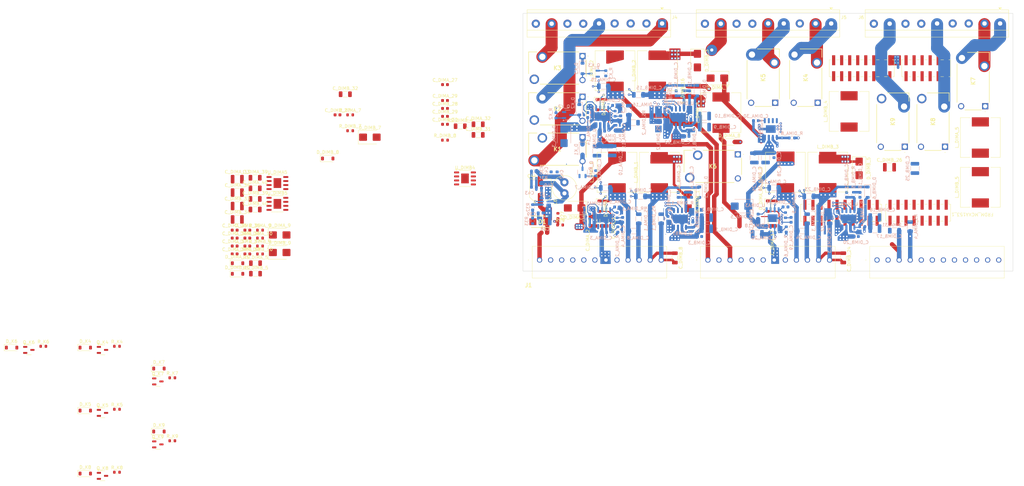
<source format=kicad_pcb>
(kicad_pcb (version 20241229) (generator "pcbnew") (generator_version "9.0")
  (layers (0 "F.Cu" signal) (4 "In1.Cu" signal) (6 "In2.Cu" signal) (2 "B.Cu" signal) (13 "F.Paste" user) (15 "B.Paste" user) (5 "F.SilkS" user "F.Silkscreen") (7 "B.SilkS" user "B.Silkscreen") (1 "F.Mask" user) (3 "B.Mask" user) (25 "Edge.Cuts" user))
  (net 0 "")
  (net 1 "+5V")
  (net 2 "/MCU_VoltageRegulator/VregSW")
  (net 3 "/MCU_VoltageRegulator/VregFB")
  (net 9 "+24V")
  (net 10 "DIM1_VLED_VCC")
  (net 11 "DIM1_VLED_GND")
  (net 12 "/Dimmer1/DIM2_SW")
  (net 13 "DIM2_VLED_VCC")
  (net 14 "DIM2_VLED_GND")
  (net 15 "/Dimmer1/DIM2_FB")
  (net 16 "DIM6_VLED_GND")
  (net 17 "/Dimmer5/VIN_DIM")
  (net 18 "DIM3_VLED_GND")
  (net 19 "DIM4_VLED_GND")
  (net 20 "DIM6_VLED_VCC")
  (net 21 "DIM5_VLED_GND")
  (net 22 "/Dimmer4/VIN_DIM")
  (net 23 "DIM5_VLED_VCC")
  (net 24 "DIM4_VLED_VCC")
  (net 25 "Net-(C_DIMA_27-Pad1)")
  (net 26 "Net-(C_DIMA_35-Pad1)")
  (net 27 "DIM3_VLED_VCC")
  (net 28 "PWM_DIM1")
  (net 29 "/Dimmer1/VIN_DIM")
  (net 30 "/Dimmer1/PWM_DIMA")
  (net 31 "/Dimmer1/INH_DIMA")
  (net 32 "/Dimmer1/PWM_DIMB")
  (net 33 "/Dimmer1/INH_DIMB")
  (net 34 "Net-(D_K1-A)")
  (net 35 "/VAC_IN_1")
  (net 36 "Net-(R32-Pad2)")
  (net 37 "Net-(U3-EN)")
  (net 38 "Net-(C43-Pad1)")
  (net 39 "Net-(U3-BOOT)")
  (net 40 "/VAC_OUT_1.1")
  (net 41 "/VAC_IN_2")
  (net 42 "/VAC_OUT_3.1")
  (net 43 "/VAC_IN_3")
  (net 44 "/VAC_OUT_2.1")
  (net 45 "Net-(Q_K1-G)")
  (net 46 "/Relay1/SW_IN")
  (net 47 "Net-(D_K2-A)")
  (net 48 "Net-(D_K3-A)")
  (net 49 "Net-(D_K4-A)")
  (net 50 "Net-(D_K5-A)")
  (net 51 "Net-(D_K6-A)")
  (net 52 "Net-(D_K7-A)")
  (net 53 "Net-(D_K8-A)")
  (net 54 "Net-(D_K9-A)")
  (net 55 "/Relay4/VAC_OUT")
  (net 56 "/Relay4/VAC_IN")
  (net 57 "/Relay5/VAC_OUT")
  (net 58 "/Relay6/VAC_OUT")
  (net 59 "/Relay5/VAC_IN")
  (net 60 "/Relay6/VAC_IN")
  (net 61 "/Relay9/VAC_OUT")
  (net 62 "/Relay7/VAC_IN")
  (net 63 "/Relay8/VAC_OUT")
  (net 64 "/Relay7/VAC_OUT")
  (net 65 "/Relay9/VAC_IN")
  (net 66 "/Relay8/VAC_IN")
  (net 67 "Net-(Q_K2-G)")
  (net 68 "Net-(Q_K3-G)")
  (net 69 "Net-(Q_K4-G)")
  (net 70 "Net-(Q_K5-G)")
  (net 71 "Net-(Q_K6-G)")
  (net 72 "Net-(Q_K7-G)")
  (net 73 "Net-(Q_K8-G)")
  (net 74 "Net-(Q_K9-G)")
  (net 75 "/Relay2/SW_IN")
  (net 76 "/Relay3/SW_IN")
  (net 77 "/Relay4/SW_IN")
  (net 78 "/Relay5/SW_IN")
  (net 79 "DIM10_VLED_GND")
  (net 80 "DIM10_VLED_VCC")
  (net 81 "DIM9_VLED_GND")
  (net 82 "DIM8_VLED_VCC")
  (net 83 "DIM7_VLED_GND")
  (net 84 "DIM7_VLED_VCC")
  (net 85 "DIM8_VLED_GND")
  (net 86 "DIM9_VLED_VCC")
  (net 87 "GND_CTRL")
  (net 88 "VDC_CTRL")
  (net 89 "/Relay6/SW_IN")
  (net 90 "/Relay7/SW_IN")
  (net 91 "/Relay8/SW_IN")
  (net 92 "/Relay9/SW_IN")
  (net 93 "Net-(U_DIMA1-BOOT)")
  (net 94 "Net-(U_DIMA1-COMP)")
  (net 95 "Net-(U_DIMB1-COMP)")
  (net 96 "Net-(U_DIMB1-BOOT)")
  (net 97 "Net-(C_DIMA_4-Pad1)")
  (net 98 "RS485_RX")
  (net 99 "Net-(C_DIMB_4-Pad1)")
  (net 100 "/Dimmer2/VIN_DIM")
  (net 101 "Net-(C_DIMA_11-Pad1)")
  (net 102 "Net-(U_DIMA2-COMP)")
  (net 103 "Net-(U_DIMA2-BOOT)")
  (net 104 "/Dimmer2/DIM1_SW")
  (net 105 "RelayCtrl_K2")
  (net 106 "Net-(C_DIMB_11-Pad1)")
  (net 107 "Net-(U_DIMB2-COMP)")
  (net 108 "Net-(U_DIMB2-BOOT)")
  (net 109 "/Dimmer2/DIM2_SW")
  (net 110 "RS485_TX")
  (net 111 "RelayCtrl_K1")
  (net 112 "/Dimmer2/DIM1_FB")
  (net 113 "/Dimmer2/DIM2_FB")
  (net 114 "/Dimmer2/PWM_DIMA")
  (net 115 "/Dimmer2/INH_DIMA")
  (net 116 "/Dimmer2/PWM_DIMB")
  (net 117 "/Dimmer2/INH_DIMB")
  (net 118 "RS485_RTS")
  (net 119 "ANALOG_IN_1")
  (net 120 "ANALOG_IN_2")
  (net 121 "RS485_A")
  (net 122 "RS485_B")
  (net 123 "/Dimmer1/DIM1_SW")
  (net 124 "/Dimmer1/DIM1_FB")
  (net 184 "/Dimmer3/VIN_DIM")
  (net 185 "Net-(C_DIMA_19-Pad1)")
  (net 186 "Net-(U_DIMA3-COMP)")
  (net 187 "Net-(U_DIMA3-BOOT)")
  (net 188 "/Dimmer3/DIM1_SW")
  (net 189 "Net-(C_DIMB_19-Pad1)")
  (net 190 "Net-(U_DIMB3-COMP)")
  (net 191 "/Dimmer3/DIM2_SW")
  (net 192 "Net-(U_DIMB3-BOOT)")
  (net 193 "/Dimmer3/DIM1_FB")
  (net 194 "/Dimmer3/DIM2_FB")
  (net 195 "/Dimmer3/INH_DIMA")
  (net 196 "/Dimmer3/PWM_DIMA")
  (net 197 "/Dimmer3/INH_DIMB")
  (net 198 "/Dimmer3/PWM_DIMB")
  (net 199 "Net-(U_DIMA4-COMP)")
  (net 200 "/Dimmer4/DIM1_SW")
  (net 201 "Net-(U_DIMA4-BOOT)")
  (net 202 "Net-(C_DIMB_27-Pad1)")
  (net 203 "Net-(U_DIMB4-COMP)")
  (net 204 "Net-(U_DIMB4-BOOT)")
  (net 205 "/Dimmer4/DIM2_SW")
  (net 206 "/Dimmer4/DIM1_FB")
  (net 207 "/Dimmer4/DIM2_FB")
  (net 208 "/Dimmer4/PWM_DIMA")
  (net 209 "/Dimmer4/INH_DIMA")
  (net 210 "/Dimmer4/INH_DIMB")
  (net 211 "/Dimmer4/PWM_DIMB")
  (net 212 "Net-(U_DIMA5-COMP)")
  (net 213 "Net-(U_DIMA5-BOOT)")
  (net 214 "/Dimmer5/DIM1_SW")
  (net 215 "Net-(C_DIMB_35-Pad1)")
  (net 216 "Net-(U_DIMB5-COMP)")
  (net 217 "Net-(U_DIMB5-BOOT)")
  (net 218 "/Dimmer5/DIM2_SW")
  (net 219 "/Dimmer5/DIM1_FB")
  (net 220 "/Dimmer5/DIM2_FB")
  (net 221 "/Dimmer5/INH_DIMA")
  (net 222 "/Dimmer5/PWM_DIMA")
  (net 223 "/Dimmer5/INH_DIMB")
  (net 224 "/Dimmer5/PWM_DIMB")
  (footprint "Capacitor_SMD:C_1210_3225Metric" (layer "F.Cu") (at 72.136 113.997 90)
    (property "Reference" "C_DIMA_2")
    (property "Value" "10µF 50V")
  )
  (footprint "Diode_SMD:D_SMB" (layer "F.Cu") (at 102.235 107.696 -90)
    (property "Reference" "D_DIMB_1")
    (property "Value" "D_Schottky")
  )
  (footprint "Relay:20715562" (layer "F.Cu") (at 170.799 90.424 90)
    (property "Reference" "K9")
    (property "Value" "2071556-2" (hide yes))
  )
  (footprint "Capacitor_SMD:C_0603_1608Metric" (layer "F.Cu") (at -41.1995 121.826)
    (property "Reference" "C_DIMA_37")
    (property "Value" "22pF")
  )
  (footprint "TVS_Diodes:DIOM5436X244N" (layer "F.Cu") (at 55.3466 114.1476 180)
    (property "Reference" "D1")
    (property "Value" "SMBJ28A" (hide yes))
  )
  (footprint "Capacitor_SMD:C_0603_1608Metric" (layer "F.Cu") (at -41.1995 119.316)
    (property "Reference" "C_DIMA_36")
    (property "Value" "100nF 50V")
  )
  (footprint "Capacitor_SMD:C_0603_1608Metric" (layer "F.Cu") (at -8.67 80.333)
    (property "Reference" "C_DIMB_27")
    (property "Value" "470pF")
  )
  (footprint "Diode_SMD:D_SMB" (layer "F.Cu") (at 111.506 68.707 180)
    (property "Reference" "D_DIMA_7")
    (property "Value" "D_Schottky")
  )
  (footprint "Capacitor_SMD:CP_Elec_6.3x5.4" (layer "F.Cu") (at 55.499 104.013 90)
    (property "Reference" "C44")
    (property "Value" "47µF")
  )
  (footprint "Capacitor_SMD:C_0603_1608Metric" (layer "F.Cu") (at 25.336 70.767)
    (property "Reference" "C_DIMA_27")
    (property "Value" "470pF")
  )
  (footprint "Capacitor_SMD:C_0603_1608Metric" (layer "F.Cu") (at 25.336 83.317)
    (property "Reference" "C_DIMB_30")
    (property "Value" "100nF 50V")
  )
  (footprint "Diode_SMD:D_SOD-123" (layer "F.Cu") (at -65.161 160.582)
    (property "Reference" "D_K7")
    (property "Value" "MMSD914")
  )
  (footprint "Resistor_SMD:R_1206_3216Metric" (layer "F.Cu") (at -34.6095 130.556)
    (property "Reference" "RS_DIMB_5")
    (property "Value" "R")
  )
  (footprint "TerminalBlock_Phoenix:1752201" (layer "F.Cu") (at 55.25 126.25)
    (property "Reference" "J1")
    (property "Value" "1752201" (hide yes))
  )
  (footprint "Diode_SMD:D_SOD-123" (layer "F.Cu") (at -88.461 193.802)
    (property "Reference" "D_K8")
    (property "Value" "MMSD914")
  )
  (footprint "Diode_SMD:D_SMB" (layer "F.Cu") (at 1.565 87.403)
    (property "Reference" "D_DIMB_7")
    (property "Value" "D_Schottky")
  )
  (footprint "Capacitor_SMD:C_1210_3225Metric" (layer "F.Cu") (at -40.3795 104.926)
    (property "Reference" "C_DIMA_34")
    (property "Value" "10µF 50V")
  )
  (footprint "Capacitor_SMD:C_0603_1608Metric" (layer "F.Cu") (at 25.336 75.787)
    (property "Reference" "C_DIMA_29")
    (property "Value" "22pF")
  )
  (footprint "Capacitor_SMD:C_1206_3216Metric" (layer "F.Cu") (at 98.044 125.5776 -90)
    (property "Reference" "C_DIMB_8")
    (property "Value" "NM")
  )
  (footprint "Diode_SMD:D_SOD-123" (layer "F.Cu") (at 74.168 109.22 -90)
    (property "Reference" "D_DIMA_2")
    (property "Value" "D_Zener")
  )
  (footprint "Capacitor_SMD:C_0603_1608Metric" (layer "F.Cu") (at -41.1995 116.806)
    (property "Reference" "C_DIMA_35")
    (property "Value" "470pF")
  )
  (footprint "Relay:20715562" (layer "F.Cu") (at 196.211 77.597 90)
    (property "Reference" "K7")
    (property "Value" "2071556-2" (hide yes))
  )
  (footprint "Resistor_SMD:R_0603_1608Metric" (layer "F.Cu") (at -101.736 153.542)
    (property "Reference" "R_K6")
    (property "Value" "100")
  )
  (footprint "Inductor_SMD:L_12x12mm_H8mm" (layer "F.Cu") (at 92.515001 66.369 90)
    (property "Reference" "L_DIMB_2")
    (property "Value" "47µH  3.8A")
  )
  (footprint "Relay:20715562" (layer "F.Cu") (at 183.511 90.424 90)
    (property "Reference" "K8")
    (property "Value" "2071556-2" (hide yes))
  )
  (footprint "Package_SO:HSOP-8-1EP_3.9x4.9mm_P1.27mm_EP2.41x3.1mm" (layer "F.Cu") (at 31.658 100.444)
    (property "Reference" "U_DIMB4")
    (property "Value" "LED5000")
  )
  (footprint "Capacitor_SMD:C_0603_1608Metric" (layer "F.Cu") (at 25.336 78.297)
    (property "Reference" "C_DIMB_28")
    (property "Value" "100nF 50V")
  )
  (footprint "Resistor_SMD:R_1206_3216Metric" (layer "F.Cu") (at 30.146 83.917)
    (property "Reference" "RS_DIMB_4")
    (property "Value" "R")
  )
  (footprint "TerminalBlock_TE-Connectivity:TerminalBlock_TE_282836-9_1x09_P5mm_Horizontal" (layer "F.Cu") (at 147.5 51.433 180)
    (property "Reference" "J5")
    (property "Value" "Screw_Terminal_01x09")
  )
  (footprint "Capacitor_SMD:C_0603_1608Metric" (layer "F.Cu") (at -37.1895 124.336)
    (property "Reference" "C_DIMB_38")
    (property "Value" "100nF 50V")
  )
  (footprint "Diode_SMD:D_SOD-123" (layer "F.Cu") (at 115.317 88.9)
    (property "Reference" "D_DIMA_8")
    (property "Value" "D_Zener")
  )
  (footprint "Package_TO_SOT_SMD:SOT-23-3" (layer "F.Cu") (at -65.506 164.657)
    (property "Reference" "Q_K7")
    (property "Value" "NTR4003NT1G")
  )
  (footprint "TerminalBlock_TE-Connectivity:TerminalBlock_TE_282836-9_1x09_P5mm_Horizontal" (layer "F.Cu") (at 94 51.433 180)
    (property "Reference" "J4")
    (property "Value" "Screw_Terminal_01x09")
  )
  (footprint "Package_SO:HSOP-8-1EP_3.9x4.9mm_P1.27mm_EP2.41x3.1mm" (layer "F.Cu") (at -27.6795 108.486)
    (property "Reference" "U_DIMB5")
    (property "Value" "LED5000")
  )
  (footprint "Resistor_SMD:R_0603_1608Metric" (layer "F.Cu") (at -78.436 153.542)
    (property "Reference" "R_K4")
    (property "Value" "100")
  )
  (footprint "Inductor_SMD:L_12x12mm_H8mm" (layer "F.Cu") (at 194.691 103.251 90)
    (property "Reference" "L_DIMB_5")
    (property "Value" "47µH  3.8A")
  )
  (footprint "Capacitor_SMD:C_1206_3216Metric" (layer "F.Cu") (at -34.7295 103.576)
    (property "Reference" "C_DIMA_40")
    (property "Value" "NM")
  )
  (footprint "Resistor_SMD:R_1206_3216Metric" (layer "F.Cu") (at -34.6095 127.246)
    (property "Reference" "RS_DIMA_5")
    (property "Value" "R")
  )
  (footprint "Diode_SMD:D_SMB" (layer "F.Cu") (at -26.9545 118.326)
    (property "Reference" "D_DIMA_9")
    (property "Value" "D_Schottky")
  )
  (footprint "Diode_SMD:D_SOD-123" (layer "F.Cu") (at 73.533 77.089 -90)
    (property "Reference" "D_DIMA_4")
    (property "Value" "D_Zener")
  )
  (footprint "Capacitor_SMD:C_1206_3216Metric" (layer "F.Cu") (at 35.816 83.317)
    (property "Reference" "C_DIMA_32")
    (property "Value" "NM")
  )
  (footprint "Inductor_SMD:L_12x12mm_H8mm" (layer "F.Cu") (at 153.162 79.248 90)
    (property "Reference" "L_DIMB_4")
    (property "Value" "47µH  3.8A")
  )
  (footprint "Capacitor_SMD:C_1210_3225Metric" (layer "F.Cu") (at -40.3795 100.676)
    (property "Reference" "C_DIMA_33")
    (property "Value" "10µF 50V")
  )
  (footprint "Capacitor_SMD:C_1206_3216Metric" (layer "F.Cu") (at -34.7295 100.226)
    (property "Reference" "C_DIMA_39")
    (property "Value" "1µF 50V")
  )
  (footprint "Diode_SMD:D_SMB" (layer "F.Cu") (at 105.1814 63.1698 -90)
    (property "Reference" "D_DIMB_3")
    (property "Value" "D_Schottky")
  )
  (footprint "Relay:20715562" (layer "F.Cu") (at 143.246 76.51 90)
    (property "Reference" "K4")
    (property "Value" "2071556-2" (hide yes))
  )
  (footprint "Package_TO_SOT_SMD:SOT-23-3" (layer "F.Cu") (at -83.016 154.687)
    (property "Reference" "Q_K4")
    (property "Value" "NTR4003NT1G")
  )
  (footprint "TerminalBlock_Phoenix:1752201" (layer "F.Cu") (at 162 126.25)
    (property "Reference" "J3" (hide yes))
    (property "Value" "1752201" (hide yes))
  )
  (footprint "Diode_SMD:D_SOD-123" (layer "F.Cu") (at -65.161 180.502)
    (property "Reference" "D_K9")
    (property "Value" "MMSD914")
  )
  (footprint "Capacitor_SMD:C_0603_1608Metric" (layer "F.Cu") (at 25.336 80.807)
    (property "Reference" "C_DIMB_29")
    (property "Value" "22pF")
  )
  (footprint "Diode_SMD:D_SOD-123" (layer "F.Cu") (at -88.461 153.962)
    (property "Reference" "D_K4")
    (property "Value" "MMSD914")
  )
  (footprint "Fuse:Fuse_0603_1608Metric" (layer "F.Cu") (at 56.642 117.602)
    (property "Reference" "F1")
    (property "Value" "Fuse")
  )
  (footprint "Capacitor_SMD:C_1206_3216Metric" (layer "F.Cu") (at -34.7295 110.276)
    (property "Reference" "C_DIMB_40")
    (property "Value" "NM")
  )
  (footprint "Capacitor_SMD:C_1210_3225Metric" (layer "F.Cu") (at 128.967 113.985 90)
    (property "Reference" "C_DIMA_17")
    (property "Value" "10µF 50V" (hide yes))
  )
  (footprint "TerminalBlock_Phoenix:1752201" (layer "F.Cu") (at 108.5 126.25)
    (property "Reference" "J2" (hide yes))
    (property "Value" "1752201" (hide yes))
  )
  (footprint "Capacitor_SMD:C_1206_3216Metric" (layer "F.Cu") (at 35.816 86.667)
    (property "Reference" "C_DIMB_31")
    (property "Value" "1µF 50V")
  )
  (footprint "Resistor_SMD:R_0603_1608Metric" (layer "F.Cu") (at 61.7596 115.1636)
    (property "Reference" "R29")
    (property "Value" "100k")
  )
  (footprint "Relay:20715562" (layer "F.Cu") (at 68.834 61.726 180)
    (property "Reference" "K3")
    (property "Value" "2071556-2" (hide yes))
  )
  (footprint "Capacitor_SMD:C_1206_3216Metric" (layer "F.Cu") (at -34.7295 106.926)
    (property "Reference" "C_DIMB_39")
    (property "Value" "1µF 50V")
  )
  (footprint "Capacitor_SMD:C_0603_1608Metric" (layer "F.Cu") (at -37.1895 121.826)
    (property "Reference" "C_DIMB_37")
    (property "Value" "22pF")
  )
  (footprint "Relay:20715562" (layer "F.Cu") (at 117.983 92.837 180)
    (property "Reference" "K6")
    (property "Value" "2071556-2" (hide yes))
  )
  (footprint "Inductor_SMD:L_12x12mm_H8mm" (layer "F.Cu") (at 79.115001 66.369 90)
    (property "Reference" "L_DIMA_2")
    (property "Value" "47µH  3.8A")
  )
  (footprint "Diode_SMD:D_SOD-123" (layer "F.Cu") (at -40.2845 130.616)
    (property "Reference" "D_DIMB_10")
    (property "Value" "D_Zener")
  )
  (footprint "Capacitor_SMD:C_1210_3225Metric" (layer "F.Cu") (at -40.3795 113.426)
    (property "Reference" "C_DIMB_34")
    (property "Value" "10µF 50V")
  )
  (footprint "Resistor_SMD:R_0603_1608Metric" (layer "F.Cu") (at -4.66 80.333)
    (property "Reference" "R_DIMA_7")
    (property "Value" "24k9")
  )
  (footprint "TerminalBlock_TE-Connectivity:TerminalBlock_TE_282836-9_1x09_P5mm_Horizontal" (layer "F.Cu") (at 200.933 51.433 180)
    (property "Reference" "J6")
    (property "Value" "Screw_Terminal_01x09")
  )
  (footprint "Diode_SMD:D_SMB" (layer "F.Cu") (at 156.337 97.273 -90)
    (property "Reference" "D_DIMB_5")
    (property "Value" "D_Schottky" (hide yes))
  )
  (footprint "Resistor_SMD:R_0603_1608Metric" (layer "F.Cu") (at -4.66 85.353)
    (property "Reference" "R_DIMB_7")
    (property "Value" "24k9")
  )
  (footprint "Resistor_SMD:R_0603_1608Metric" (layer "F.Cu") (at -33.1795 116.806)
    (property "Reference" "R_DIMA_9")
    (property "Value" "24k9")
  )
  (footprint "Resistor_SMD:R_0603_1608Metric" (layer "F.Cu") (at -33.1795 124.336)
    (property "Reference" "R_DIMB_10")
    (property "Value" "47k")
  )
  (footprint "Inductor_THT:L_Radial_D7.5mm_P3.50mm_Fastron_07P" (layer "F.Cu") (at 63.119 105.156 90)
    (property "Reference" "L6")
    (property "Value" "10µF" (hide yes))
  )
  (footprint "Capacitor_SMD:C_1210_3225Metric" (layer "F.Cu") (at 165.94 96.901)
    (property "Reference" "C_DIMB_26")
    (property "Value" "10µF 50V")
  )
  (footprint "Capacitor_SMD:C_1210_3225Metric" (layer "F.Cu") (at 75.692 113.997 90)
    (property "Reference" "C_DIMA_1")
    (property "Value" "10µF 50V")
  )
  (footprint "Relay:20715562" (layer "F.Cu") (at 68.834 74.6252 180)
    (property "Reference" "K2")
    (property "Value" "2071556-2" (hide yes))
  )
  (footprint "Inductor_SMD:L_12x12mm_H8mm" (layer "F.Cu") (at 93.15 98.5 90)
    (property "Reference" "L_DIMB_1")
    (property "Value" "47µH  3.8A")
  )
  (footprint "Capacitor_SMD:C_0603_1608Metric" (layer "F.Cu") (at -37.1895 116.806)
    (property "Reference" "C_DIMB_35")
    (property "Value" "470pF")
  )
  (footprint "Capacitor_SMD:C_0603_1608Metric" (layer "F.Cu") (at -41.1995 124.336)
    (property "Reference" "C_DIMA_38")
    (property "Value" "100nF 50V")
  )
  (footprint "Resistor_SMD:R_0603_1608Metric" (layer "F.Cu") (at -60.926 183.432)
    (property "Reference" "R_K9")
    (property "Value" "100")
  )
  (footprint "Relay:20715562" (layer "F.Cu") (at 129.784 76.51 90)
    (property "Reference" "K5")
    (property "Value" "2071556-2" (hide yes))
  )
  (footprint "Inductor_SMD:L_12x12mm_H8mm" (layer "F.Cu") (at 79.75 98.5 90)
    (property "Reference" "L_DIMA_1")
    (property "Value" "47µH  3.8A")
  )
  (footprint "Inductor_SMD:L_12x12mm_H8mm" (layer "F.Cu") (at 112.649 79.632 90)
    (property "Reference" "L_DIMA_4")
    (property "Value" "47µH  3.8A")
  )
  (footprint "Inductor_SMD:L_12x12mm_H8mm" (layer "F.Cu") (at 133.025 98.488 90)
    (property "Reference" "L_DIMA_3")
    (property "Value" "47µH  3.8A" (hide yes))
  )
  (footprint "Package_TO_SOT_SMD:SOT-23-3" (layer "F.Cu") (at -83.016 174.607)
    (property "Reference" "Q_K5")
    (property "Value" "NTR4003NT1G")
  )
  (footprint "Package_SO:HSOP-8-1EP_3.9x4.9mm_P1.27mm_EP2.41x3.1mm" (layer "F.Cu") (at -27.6795 101.906)
    (property "Reference" "U_DIMA5")
    (property "Value" "LED5000")
  )
  (footprint "Capacitor_SMD:C_1206_3216Metric" (layer "F.Cu") (at -6.21 73.803)
    (property "Reference" "C_DIMB_32")
    (property "Value" "NM")
  )
  (footprint "Resistor_SMD:R_0603_1608Metric" (layer "F.Cu") (at 61.0616 112.3066 -90)
    (property "Reference" "R27")
    (property "Value" "470k")
  )
  (footprint "Resistor_SMD:R_0603_1608Metric" (layer "F.Cu") (at -60.926 163.512)
    (property "Reference" "R_K7")
    (property "Value" "100")
  )
  (footprint "Inductor_SMD:L_12x12mm_H8mm" (layer "F.Cu") (at 194.691 87.503 90)
    (property "Reference" "L_DIMA_5")
    (property "Value" "47µH  3.8A")
  )
  (footprint "Capacitor_SMD:C_0603_1608Metric" (layer "F.Cu") (at -37.1895 119.316)
    (property "Reference" "C_DIMB_36")
    (property "Value" "100nF 50V")
  )
  (footprint "Diode_SMD:D_SOD-123" (layer "F.Cu") (at -111.761 153.962)
    (property "Reference" "D_K6")
    (property "Value" "MMSD914")
  )
  (footprint "Capacitor_SMD:C_1210_3225Metric" (layer "F.Cu") (at -40.3795 109.176)
    (property "Reference" "C_DIMB_33")
    (property "Value" "10µF 50V")
  )
  (footprint "Resistor_SMD:R_0603_1608Metric" (layer "F.Cu") (at 25.336 88.337)
    (property "Reference" "R_DIMB_8")
    (property "Value" "47k")
  )
  (footprint "Diode_SMD:D_SOD-123" (layer "F.Cu") (at -11.765 94.143)
    (property "Reference" "D_DIMB_8")
    (property "Value" "D_Zener")
  )
  (footprint "Capacitor_SMD:C_1206_3216Metric" (layer "F.Cu") (at 151.319 125.5656 -90)
    (property "Reference" "C_DIMB_24")
    (property "Value" "NM")
  )
  (footprint "Capacitor_SMD:C_1206_3216Metric" (layer "F.Cu") (at 102.362 72.771 90)
    (property "Reference" "C_DIMB_16")
    (property "Value" "NM")
  )
  (footprint "Diode_SMD:D_SOD-123" (layer "F.Cu") (at -40.2845 127.266)
    (property "Reference" "D_DIMA_10")
    (property "Value" "D_Zener")
  )
  (footprint "Package_TO_SOT_SMD:SOT-23-3" (layer "F.Cu") (at -106.316 154.687)
    (property "Reference" "Q_K6")
    (property "Value" "NTR4003NT1G")
  )
  (footprint "Resistor_SMD:R_0603_1608Metric" (layer "F.Cu") (at -78.436 173.462)
    (property "Reference" "R_K5")
    (property "Value" "100")
  )
  (footprint "Inductor_SMD:L_12x12mm_H8mm" (layer "F.Cu") (at 146.431 98.428 90)
    (property "Reference" "L_DIMB_3")
    (property "Value" "47µH  3.8A" (hide yes))
  )
  (footprint "Resistor_SMD:R_0603_1608Metric" (layer "F.Cu") (at -78.436 193.382)
    (property "Reference" "R_K8")
    (property "Value" "100")
  )
  (footprint "Diode_SMD:D_SOD-123" (layer "F.Cu") (at 127.443 109.208 -90)
    (property "Reference" "D_DIMA_6")
    (property "Value" "D_Zener" (hide yes))
  )
  (footprint "Resistor_SMD:R_0603_1608Metric" (layer "F.Cu") (at -33.1795 119.316)
    (property "Reference" "R_DIMA_10")
    (property "Value" "47k")
  )
  (footprint "Diode_SMD:D_SOD-123" (layer "F.Cu") (at -88.461 173.882)
    (property "Reference" "D_K5")
    (property "Value" "MMSD914")
  )
  (footprint "Diode_SMD:D_SMB" (layer "F.Cu") (at -26.9545 123.876)
    (property "Reference" "D_DIMB_9")
    (property "Value" "D_Schottky")
  )
  (footprint "FFRDM-MCXA153:FRDM-MCXA153-SMD" (layer "F.Cu") (at 183.886 110.007 180)
    (property "Reference" "FRDM_MCXA153_1")
    (property "Value" "MCU**")
  )
  (footprint "Package_TO_SOT_SMD:SOT-23-3" (layer "F.Cu") (at -65.506 184.577)
    (property "Reference" "Q_K9")
    (property "Value" "NTR4003NT1G")
  )
  (footprint "Package_TO_SOT_SMD:SOT-23-3" (layer "F.Cu") (at -83.016 194.527)
    (property "Reference" "Q_K8")
    (property "Value" "NTR4003NT1G")
  )
  (footprint "Resistor_SMD:R_0603_1608Metric" (layer "F.Cu") (at -33.1795 121.826)
    (property "Reference" "R_DIMB_9")
    (property "Value" "24k9")
  )
  (footprint "Relay:20715562" (layer "F.Cu") (at 68.8392 87.386 180)
    (property "Reference" "K1")
    (property "Value" "2071556-2" (hide yes))
  )
  (footprint "Diode_SMD:D_SMB" (layer "F.Cu") (at 66.3448 109.7788 180)
    (property "Reference" "D_DIMA_1")
    (property "Value" "D_Schottky")
  )
  (footprint "Package_SO:HSOP-8-1EP_3.9x4.9mm_P1.27mm_EP2.41x3.1mm" (layer "B.Cu") (at 128.397 84.819 -90)
    (property "Reference" "U_DIMA4")
    (property "Value" "LED5000")
  )
  (footprint "Resistor_SMD:R_0603_1608Metric" (layer "B.Cu") (at 135.064 87.63 180)
    (property "Reference" "R_DIMA_8")
    (property "Value" "47k")
  )
  (footprint "Capacitor_SMD:C_0603_1608Metric" (layer "B.Cu") (at 58.9026 99.1486 90)
    (property "Reference" "C41")
    (property "Value" "22µF" (hide yes))
  )
  (footprint "Package_TO_SOT_SMD:SOT-23-6" (layer "B.Cu") (at 57.0031 107.7366 180)
    (property "Reference" "U3")
    (property "Value" "TPS54308" (hide yes))
  )
  (footprint "Capacitor_SMD:C_0603_1608Metric" (layer "B.Cu") (at 70.485 80.391 -90)
    (property "Reference" "C_DIMA_14")
    (property "Value" "100nF 50V" (hide yes))
  )
  (footprint "Package_TO_SOT_SMD:SOT-23-3" (layer "B.Cu") (at 64.1405 80.391)
    (property "Reference" "Q_K2")
    (property "Value" "NTR4003NT1G" (hide yes))
  )
  (footprint "Capacitor_SMD:C_1210_3225Metric" (layer "B.Cu") (at 78.232 91.694 -90)
    (property "Reference" "C_DIMA_10")
    (property "Value" "10µF 50V" (hide yes))
  )
  (footprint "Resistor_SMD:R_0603_1608Metric" (layer "B.Cu") (at 79.121 79.946 90)
    (property "Reference" "R_DIMA_3")
    (property "Value" "24k9" (hide yes))
  )
  (footprint "Resistor_SMD:R_1206_3216Metric" (layer "B.Cu") (at 84.9376 82.804)
    (property "Reference" "RS_DIMA_2")
    (property "Value" "R" (hide yes))
  )
  (footprint "Capacitor_SMD:C_1206_3216Metric" (layer "B.Cu") (at 76.0984 103.4288 180)
    (property "Reference" "C_DIMA_7")
    (property "Value" "1µF 50V" (hide yes))
  )
  (footprint "Capacitor_SMD:C_1210_3225Metric" (layer "B.Cu") (at 124.128 118.11 180)
    (property "Reference" "C_DIMA_18")
    (property "Value" "10µF 50V" (hide yes))
  )
  (footprint "Capacitor_SMD:C_0603_1608Metric" (layer "B.Cu") (at 156.6022 105.638999 -90)
    (property "Reference" "C_DIMB_19")
    (property "Value" "470pF" (hide yes))
  )
  (footprint "Capacitor_SMD:C_0603_1608Metric" (layer "B.Cu") (at 124.395 112.51 -90)
    (property "Reference" "C_DIMA_22")
    (property "Value" "100nF 50V" (hide yes))
  )
  (footprint "Capacitor_SMD:C_1206_3216Metric" (layer "B.Cu") (at 75.4634 71.2978 180)
    (property "Reference" "C_DIMA_15")
    (property "Value" "1µF 50V" (hide yes))
  )
  (footprint "Package_SO:HSOP-8-1EP_3.9x4.9mm_P1.27mm_EP2.41x3.1mm" (layer "B.Cu") (at 99.66 113.271 -90)
    (property "Reference" "U_DIMB1")
    (property "Value" "LED5000" (hide yes))
  )
  (footprint "Capacitor_SMD:C_0603_1608Metric" (layer "B.Cu") (at 79.769 109.474)
    (property "Reference" "C_DIMA_5")
    (property "Value" "22pF" (hide yes))
  )
  (footprint "Resistor_SMD:R_1206_3216Metric" (layer "B.Cu") (at 93.726 113.2185 90)
    (property "Reference" "RS_DIMB_1")
    (property "Value" "R" (hide yes))
  )
  (footprint "Resistor_SMD:R_0603_1608Metric" (layer "B.Cu") (at 100.6602 73.5208 -90)
    (property "Reference" "R_DIMB_3")
    (property "Value" "24k9" (hide yes))
  )
  (footprint "Capacitor_SMD:C_1210_3225Metric" (layer "B.Cu") (at 161.3248 116.32)
    (property "Reference" "C_DIMB_17")
    (property "Value" "10µF 50V" (hide yes))
  )
  (footprint "Capacitor_SMD:C_0603_1608Metric" (layer "B.Cu") (at 102.6922 73.520001 -90)
    (property "Reference" "C_DIMB_11")
    (property "Value" "470pF" (hide yes))
  )
  (footprint "Capacitor_SMD:C_0603_1608Metric" (layer "B.Cu") (at 123.685 82.169 180)
    (property "Reference" "C_DIMA_30")
    (property "Value" "100nF 50V")
  )
  (footprint "Capacitor_SMD:C_0603_1608Metric" (layer "B.Cu") (at 128.967 117.59)
    (property "Reference" "C_DIMA_20")
    (property "Value" "100nF 50V" (hide yes))
  )
  (footprint "Capacitor_SMD:C_1210_3225Metric" (layer "B.Cu") (at 108.0498 116.332)
    (property "Reference" "C_DIMB_1")
    (property "Value" "10µF 50V" (hide yes))
  )
  (footprint "Package_SO:HSOP-8-1EP_3.9x4.9mm_P1.27mm_EP2.41x3.1mm" (layer "B.Cu") (at 99.025 81.14 -90)
    (property "Reference" "U_DIMB2")
    (property "Value" "LED5000" (hide yes))
  )
  (footprint "Capacitor_SMD:C_0603_1608Metric" (layer "B.Cu") (at 55.6006 111.3536 180)
    (property "Reference" "C39")
    (property "Value" "100nF 50V" (hide yes))
  )
  (footprint "Resistor_SMD:R_1206_3216Metric" (layer "B.Cu") (at 172.466 115.697 90)
    (property "Reference" "RS_DIMA_4")
    (property "Value" "R")
  )
  (footprint "Diode_SMD:D_SOD-123" (layer "B.Cu") (at 105.7656 104.8004 -90)
    (property "Reference" "D_DIMB_2")
    (property "Value" "D_Zener" (hide yes))
  )
  (footprint "Resistor_SMD:R_1206_3216Metric" (layer "B.Cu") (at 147.001 113.2065 90)
    (property "Reference" "RS_DIMB_3")
    (property "Value" "R" (hide yes))
  )
  (footprint "Capacitor_SMD:C_1210_3225Metric" (layer "B.Cu") (at 126.746 93.931 -90)
    (property "Reference" "C_DIMA_26")
    (property "Value" "10µF 50V" (hide yes))
  )
  (footprint "Resistor_SMD:R_0603_1608Metric" (layer "B.Cu") (at 154.5702 105.639799 -90)
    (property "Reference" "R_DIMB_5")
    (property "Value" "24k9")
  )
  (footprint "Diode_SMD:D_SOD-123" (layer "B.Cu") (at 105.1306 72.669401 -90)
    (property "Reference" "D_DIMB_4")
    (property "Value" "D_Zener" (hide yes))
  )
  (footprint "Capacitor_SMD:C_0603_1608Metric" (layer "B.Cu") (at 152.3858 105.639 90)
    (property "Reference" "C_DIMB_21")
    (property "Value" "22pF" (hide yes))
  )
  (footprint "Capacitor_SMD:C_0603_1608Metric" (layer "B.Cu") (at 149.1346 113.2212 -90)
    (property "Reference" "C_DIMB_22")
    (property "Value" "100nF 50V")
  )
  (footprint "Capacitor_SMD:C_1206_3216Metric" (layer "B.Cu") (at 140.447801 106.1092 180)
    (property "Reference" "C_DIMB_23")
    (property "Value" "1µF 50V" (hide yes))
  )
  (footprint "Resistor_SMD:R_0603_1608Metric" (layer "B.Cu") (at 76.2 67.183 90)
    (property "Reference" "R_K3")
    (property "Value" "100" (hide yes))
  )
  (footprint "Capacitor_SMD:C_0603_1608Metric" (layer "B.Cu") (at 103.3272 105.651 -90)
    (property "Reference" "C_DIMB_4")
    (property "Value" "470pF" (hide yes))
  )
  (footprint "Diode_SMD:D_SOD-123" (layer "B.Cu") (at 68.834 91.313 -90)
    (property "Reference" "D_K1")
    (property "Value" "MMSD914" (hide yes))
  )
  (footprint "Capacitor_SMD:C_0603_1608Metric" (layer "B.Cu") (at 98.475801 73.52 90)
    (property "Reference" "C_DIMB_13")
    (property "Value" "22pF" (hide yes))
  )
  (footprint "Diode_SMD:D_SOD-123" (layer "B.Cu") (at 68.834 65.658 -90)
    (property "Reference" "D_K3")
    (property "Value" "MMSD914" (hide yes))
  )
  (footprint "Package_TO_SOT_SMD:SOT-23-3" (layer "B.Cu") (at 72.5115 67.31 180)
    (property "Reference" "Q_K3")
    (property "Value" "NTR4003NT1G" (hide yes))
  )
  (footprint "Package_TO_SOT_SMD:SOT-23-3" (layer "B.Cu") (at 68.834 98.5465 90)
    (property "Reference" "Q_K1")
    (property "Value" "NTR4003NT1G" (hide yes))
  )
  (footprint "Diode_SMD:D_SOD-123" (layer "B.Cu") (at 159.0406 104.788399 -90)
    (property "Reference" "D_DIMB_6")
    (property "Value" "D_Zener" (hide yes))
  )
  (footprint "Resistor_SMD:R_0603_1608Metric" (layer "B.Cu") (at 103.7336 115.0742 -90)
    (property "Reference" "R_DIMB_2")
    (property "Value" "47k" (hide yes))
  )
  (footprint "Resistor_SMD:R_0603_1608Metric" (layer "B.Cu") (at 79.756 112.077 90)
    (property "Reference" "R_DIMA_1")
    (property "Value" "24k9" (hide yes))
  )
  (footprint "Capacitor_SMD:C_0603_1608Metric" (layer "B.Cu") (at 129.413 93.091 -90)
    (property "Reference" "C_DIMA_28")
    (property "Value" "100nF 50V" (hide yes))
  )
  (footprint "Resistor_SMD:R_0603_1608Metric" (layer "B.Cu") (at 53.0606 113.8936 -90)
    (property "Reference" "R33")
    (property "Value" "3k3" (hide yes))
  )
  (footprint "Diode_SMD:D_SMB" (layer "B.Cu") (at 119.126 109.22 180)
    (property "Reference" "D_DIMA_5")
    (property "Value" "D_Schottky" (hide yes))
  )
  (footprint "Diode_SMD:D_SMB" (layer "B.Cu") (at 62.992 87.122 -90)
    (property "Reference" "D_DIMA_3")
    (property "Value" "D_Schottky" (hide yes))
  )
  (footprint "Capacitor_SMD:C_1210_3225Metric" (layer "B.Cu") (at 108.0516 112.8268)
    (property "Reference" "C_DIMB_2")
    (property "Value" "10µF 50V" (hide yes))
  )
  (footprint "Capacitor_SMD:C_0603_1608Metric" (layer "B.Cu") (at 71.12 112.522 -90)
    (property "Reference" "C_DIMA_6")
    (property "Value" "100nF 50V" (hide yes))
  )
  (footprint "Resistor_SMD:R_0603_1608Metric" (layer "B.Cu") (at 80.01 116.586 90)
    (property "Reference" "R_DIMA_2")
    (property "Value" "47k" (hide yes))
  )
  (footprint "Package_SO:HSOP-8-1EP_3.9x4.9mm_P1.27mm_EP2.41x3.1mm" (layer "B.Cu") (at 75.07 80.899 -90)
    (property "Reference" "U_DIMA2")
    (property "Value" "LED5000" (hide yes))
  )
  (footprint "Resistor_SMD:R_0603_1608Metric" (layer "B.Cu") (at 53.0606 109.5756 -90)
    (property "Reference" "R32")
    (property "Value" "10k" (hide yes))
  )
  (footprint "Capacitor_SMD:C_0603_1608Metric" (layer "B.Cu") (at 99.1108 105.651 90)
    (property "Reference" "C_DIMB_5")
    (property "Value" "22pF" (hide yes))
  )
  (footprint "Capacitor_SMD:C_1206_3216Metric" (layer "B.Cu") (at 83.4898 78.8924 -90)
    (property "Reference" "C_DIMA_16")
    (property "Value" "NM" (hide yes))
  )
  (footprint "Resistor_SMD:R_0603_1608Metric" (layer "B.Cu") (at 157.353 115.697 180)
    (property "Reference" "R_DIMB_6")
    (property "Value" "47k" (hide yes))
  )
  (footprint "Package_SO:HSOP-8-1EP_3.9x4.9mm_P1.27mm_EP2.41x3.1mm" (layer "B.Cu") (at 128.98 113.018 -90)
    (property "Reference" "U_DIMA3")
    (property "Value" "LED5000" (hide yes))
  )
  (footprint "Capacitor_SMD:C_0603_1608Metric" (layer "B.Cu") (at 95.2246 81.1022 -90)
    (property "Reference" "C_DIMB_14")
    (property "Value" "100nF 50V" (hide yes))
  )
  (footprint "Capacitor_SMD:C_0603_1608Metric" (layer "B.Cu") (at 133.044 109.462)
    (property "Reference" "C_DIMA_21")
    (property "Value" "22pF" (hide yes))
  )
  (footprint "Resistor_SMD:R_0603_1608Metric" (layer "B.Cu") (at 60.452 80.518 -90)
    (property "Reference" "R_K2")
    (property "Value" "100" (hide yes))
  )
  (footprint "Capacitor_SMD:C_1206_3216Metric" (layer "B.Cu") (at 85.041 117.094)
    (property "Reference" "C_DIMA_8")
    (property "Value" "NM")
  )
  (footprint "Capacitor_SMD:C_1210_3225Metric" (layer "B.Cu") (at 73.406 91.772 -90)
    (property "Reference" "C_DIMA_9")
    (property "Value" "10µF 50V" (hide yes))
  )
  (footprint "Capacitor_SMD:C_1210_3225Metric" (layer "B.Cu") (at 107.4166 80.695801)
    (property "Reference" "C_DIMB_10")
    (property "Value" "10µF 50V" (hide yes))
  )
  (footprint "Capacitor_SMD:C_0603_1608Metric" (layer "B.Cu") (at 60.8076 99.1616 90)
    (property "Reference" "C42")
    (property "Value" "22µF" (hide yes))
  )
  (footprint "Capacitor_SMD:C_0603_1608Metric" (layer "B.Cu") (at 134.809 113.539 -90)
    (property "Reference" "C_DIMA_19")
    (property "Value" "470pF" (hide yes))
  )
  (footprint "Capacitor_SMD:C_1206_3216Metric" (layer "B.Cu") (at 87.1728 106.1212 180)
    (property "Reference" "C_DIMB_7")
    (property "Value" "1µF 50V" (hide yes))
  )
  (footprint "Capacitor_SMD:C_0603_1608Metric" (layer "B.Cu") (at 75.057 85.470999)
    (property "Reference" "C_DIMA_12")
    (property "Value" "100nF 50V" (hide yes))
  )
  (footprint "Capacitor_SMD:C_0603_1608Metric" (layer "B.Cu") (at 75.692 117.602)
    (property "Reference" "C_DIMA_3")
    (property "Value" "100nF 50V" (hide yes))
  )
  (footprint "Resistor_SMD:R_1206_3216Metric" (layer "B.Cu") (at 86.614 113.2225 90)
    (property "Reference" "RS_DIMA_1")
    (property "Value" "R" (hide yes))
  )
  (footprint "Capacitor_SMD:C_1206_3216Metric" (layer "B.Cu") (at 86.537801 73.9902 180)
    (property "Reference" "C_DIMB_15")
    (property "Value" "1µF 50V" (hide yes))
  )
  (footprint "Resistor_SMD:R_0603_1608Metric" (layer "B.Cu") (at 53.403 100.4316)
    (property "Reference" "R31")
    (property "Value" "100k" (hide yes))
  )
  (footprint "Capacitor_SMD:C_0603_1608Metric" (layer "B.Cu") (at 101.74 87.122)
    (property "Reference" "C_DIMB_12")
    (property "Value" "100nF 50V" (hide yes))
  )
  (footprint "Capacitor_SMD:C_1206_3216Metric" (layer "B.Cu") (at 129.3734 103.4168 180)
    (property "Reference" "C_DIMA_23")
    (property "Value" "1µF 50V" (hide yes))
  )
  (footprint "Resistor_SMD:R_0603_1608Metric" (layer "B.Cu") (at 73.025 98.806 -90)
    (property "Reference" "R_K1")
    (property "Value" "100" (hide yes))
  )
  (footprint "Diode_SMD:D_SOD-123" (layer "B.Cu") (at 67.818 78.74 -90)
    (property "Reference" "D_K2")
    (property "Value" "MMSD914" (hide yes))
  )
  (footprint "Resistor_SMD:R_0603_1608Metric" (layer "B.Cu") (at 103.098599 82.9432 -90)
    (property "Reference" "R_DIMB_4")
    (property "Value" "47k" (hide yes))
  )
  (footprint "Capacitor_SMD:C_0603_1608Metric" (layer "B.Cu") (at 80.899 81.419999 -90)
    (property "Reference" "C_DIMA_11")
    (property "Value" "470pF" (hide yes))
  )
  (footprint "Package_SO:HSOP-8-1EP_3.9x4.9mm_P1.27mm_EP2.41x3.1mm" (layer "B.Cu") (at 75.705 113.03 -90)
    (property "Reference" "U_DIMA1")
    (property "Value" "LED5000" (hide yes))
  )
  (footprint "Capacitor_SMD:C_0603_1608Metric" (layer "B.Cu") (at 95.8596 113.2332 -90)
    (property "Reference" "C_DIMB_6")
    (property "Value" "100nF 50V" (hide yes))
  )
  (footprint "Package_SO:HSOP-8-1EP_3.9x4.9mm_P1.27mm_EP2.41x3.1mm" (layer "B.Cu") (at 152.935 113.259 -90)
    (property "Reference" "U_DIMB3")
    (property "Value" "LED5000" (hide yes))
  )
  (footprint "Capacitor_SMD:C_1206_3216Metric" (layer "B.Cu") (at 138.316001 117.082)
    (property "Reference" "C_DIMA_24")
    (property "Value" "NM" (hide yes))
  )
  (footprint "Capacitor_SMD:C_1210_3225Metric" (layer "B.Cu") (at 123.19 93.931 -90)
    (property "Reference" "C_DIMA_25")
    (property "Value" "10µF 50V" (hide yes))
  )
  (footprint "Capacitor_SMD:C_1206_3216Metric" (layer "B.Cu") (at 167.513 116.967 180)
    (property "Reference" "C_DIMA_31")
    (property "Value" "1µF 50V")
  )
  (footprint "Capacitor_SMD:C_0603_1608Metric" (layer "B.Cu") (at 53.4546 103.2256)
    (property "Reference" "C43")
    (property "Value" "75pF" (hide yes))
  )
  (footprint "Resistor_SMD:R_0603_1608Metric" (layer "B.Cu") (at 53.5046 98.1456 180)
    (property "Reference" "R30")
    (property "Value" "49.9" (hide yes))
  )
  (footprint "Capacitor_SMD:C_1210_3225Metric" (layer "B.Cu") (at 56.9976 113.8936 180)
    (property "Reference" "C38")
    (property "Value" "10µF 50V" (hide yes))
  )
  (footprint "Capacitor_SMD:C_0603_1608Metric" (layer "B.Cu") (at 81.534 113.551 -90)
    (property "Reference" "C_DIMA_4")
    (property "Value" "470pF" (hide yes))
  )
  (footprint "Capacitor_SMD:C_0603_1608Metric" (layer "B.Cu") (at 105.7508 118.8212)
    (property "Reference" "C_DIMB_3")
    (property "Value" "100nF 50V" (hide yes))
  )
  (footprint "Resistor_SMD:R_0603_1608Metric" (layer "B.Cu") (at 79.375 84.454999 90)
    (property "Reference" "R_DIMA_4")
    (property "Value" "47k" (hide yes))
  )
  (footprint "Resistor_SMD:R_0603_1608Metric" (layer "B.Cu") (at 101.2952 105.6518 -90)
    (property "Reference" "R_DIMB_1")
    (property "Value" "24k9")
  )
  (footprint "Capacitor_SMD:C_1210_3225Metric" (layer "B.Cu") (at 107.4148 84.201)
    (property "Reference" "C_DIMB_9")
    (property "Value" "10µF 50V" (hide yes))
  )
  (footprint "Resistor_SMD:R_0603_1608Metric" (layer "B.Cu") (at 133.285001 116.574 90)
    (property "Reference" "R_DIMA_6")
    (property "Value" "47k" (hide yes))
  )
  (footprint "Capacitor_SMD:C_0603_1608Metric" (layer "B.Cu") (at 55.8546 102.7176 90)
    (property "Reference" "C40")
    (property "Value" "100nF 50V" (hide yes))
  )
  (footprint "Capacitor_SMD:C_0603_1608Metric" (layer "B.Cu") (at 79.134 77.343)
    (property "Reference" "C_DIMA_13")
    (property "Value" "22pF" (hide yes))
  )
  (footprint "Capacitor_SMD:C_1210_3225Metric" (layer "B.Cu") (at 173.99 97.273 -90)
    (property "Reference" "C_DIMB_25")
    (property "Value" "10µF 50V")
  )
  (footprint "Capacitor_SMD:C_0603_1608Metric" (layer "B.Cu") (at 155.321 118.8092)
    (property "Reference" "C_DIMB_20")
    (property "Value" "100nF 50V" (hide yes))
  )
  (footprint "Resistor_SMD:R_0603_1608Metric" (layer "B.Cu") (at 133.031 112.065 90)
    (property "Reference" "R_DIMA_5")
    (property "Value" "24k9" (hide yes))
  )
  (footprint "Resistor_SMD:R_1206_3216Metric" (layer "B.Cu") (at 93.091 81.0875 90)
    (property "Reference" "RS_DIMB_2")
    (property "Value" "R" (hide yes))
  )
  (footprint "Resistor_SMD:R_1206_3216Metric" (layer "B.Cu") (at 139.889001 113.2105 90)
    (property "Reference" "RS_DIMA_3")
    (property "Value" "R" (hide yes))
  )
  (footprint "Capacitor_SMD:C_1210_3225Metric" (layer "B.Cu") (at 161.3266 112.8148)
    (property "Reference" "C_DIMB_18")
    (property "Value" "10µF 50V" (hide yes))
  )
  (gr_rect (start 50 48.25) (end 205 129.75) (stroke (width 0.1)) (fill no) (layer "Edge.Cuts"))
  (via (at 168.656 61.986013) (size 0.7) (drill 0.3) (layers "F.Cu" "B.Cu") (net 1))
  (via (at 167.767 61.986013) (size 0.7) (drill 0.3) (layers "F.Cu" "B.Cu") (net 1))
  (via (at 167.767 63.891013) (size 0.7) (drill 0.3) (layers "F.Cu" "B.Cu") (net 1))
  (via (at 167.767 62.875013) (size 0.7) (drill 0.3) (layers "F.Cu" "B.Cu") (net 1))
  (via (at 168.656 62.875013) (size 0.7) (drill 0.3) (layers "F.Cu" "B.Cu") (net 1))
  (via (at 168.656 63.891013) (size 0.7) (drill 0.3) (layers "F.Cu" "B.Cu") (net 1))
  (segment (start 60.8076 99.9366) (end 61.3996 99.9366) (width 1.4) (layer "B.Cu") (net 1))
  (segment (start 60.7946 99.9236) (end 60.8076 99.9366) (width 1.4) (layer "B.Cu") (net 1))
  (segment (start 167.767 62.875013) (end 168.656 62.875013) (width 0.3) (layer "B.Cu") (net 1))
  (segment (start 168.656 61.986013) (end 168.656 63.891013) (width 0.8) (layer "B.Cu") (net 1))
  (segment (start 167.767 61.986013) (end 168.656 61.986013) (width 0.8) (layer "B.Cu") (net 1))
  (segment (start 168.656 65.415013) (end 168.656 63.891013) (width 0.8) (layer "B.Cu") (net 1))
  (segment (start 58.9026 99.9236) (end 60.7946 99.9236) (width 1.4) (layer "B.Cu") (net 1))
  (segment (start 61.3996 99.9366) (end 63.119 101.656) (width 1.4) (layer "B.Cu") (net 1))
  (segment (start 56.1076 99.9236) (end 54.3296 98.1456) (width 1.4) (layer "B.Cu") (net 1))
  (segment (start 168.656 63.891013) (end 167.767 63.891013) (width 0.8) (layer "B.Cu") (net 1))
  (segment (start 167.767 63.891013) (end 167.767 61.986013) (width 0.8) (layer "B.Cu") (net 1))
  (segment (start 58.9026 99.9236) (end 56.1076 99.9236) (width 1.4) (layer "B.Cu") (net 1))
  (segment (start 63.8556 106.0196) (end 62.1896 107.6856) (width 1.4) (layer "B.Cu") (net 2))
  (segment (start 55.8546 101.9426) (end 59.9056 101.9426) (width 1.4) (layer "B.Cu") (net 2))
  (segment (start 59.9056 101.9426) (end 63.119 105.156) (width 1.4) (layer "B.Cu") (net 2))
  (segment (start 60.4116 107.6856) (end 58.1406 107.6856) (width 0.6) (layer "B.Cu") (net 2))
  (segment (start 55.9686 101.8286) (end 55.8546 101.9426) (width 1.4) (layer "B.Cu") (net 2))
  (segment (start 60.4266 107.6706) (end 60.4116 107.6856) (width 0.6) (layer "B.Cu") (net 2))
  (segment (start 62.1896 107.6856) (end 60.4116 107.6856) (width 1.4) (layer "B.Cu") (net 2))
  (segment (start 54.2296 100.4332) (end 54.228 100.4316) (width 0.8) (layer "B.Cu") (net 3))
  (segment (start 55.8656 108.6866) (end 53.1246 108.6866) (width 0.8) (layer "B.Cu") (net 3))
  (segment (start 54.2296 104.013682) (end 54.2296 103.2256) (width 0.8) (layer "B.Cu") (net 3))
  (segment (start 54.2296 103.2256) (end 54.2296 100.4332) (width 0.8) (layer "B.Cu") (net 3))
  (segment (start 57.5466 114.1476) (end 57.6555 114.2565) (width 1.4) (layer "F.Cu") (net 9))
  (segment (start 55.499 109.347) (end 57.5056 111.3536) (width 1.4) (layer "F.Cu") (net 9))
  (segment (start 57.6555 114.2565) (end 57.6555 117.602) (width 1.4) (layer "F.Cu") (net 9))
  (segment (start 55.499 106.813) (end 55.499 109.347) (width 1.4) (layer "F.Cu") (net 9))
  (via (at 58.3946 111.3536) (size 0.8) (drill 0.5) (layers "F.Cu" "B.Cu") (net 9))
  (via (at 57.5056 111.3536) (size 0.8) (drill 0.5) (layers "F.Cu" "B.Cu") (net 9))
  (via (at 57.5056 112.3696) (size 0.8) (drill 0.5) (layers "F.Cu" "B.Cu") (net 9))
  (via (at 58.3946 110.0836) (size 0.8) (drill 0.5) (layers "F.Cu" "B.Cu") (net 9))
  (segment (start 68.834 61.726) (end 68.834 64.008) (width 0.8) (layer "B.Cu") (net 9))
  (segment (start 56.3756 111.3536) (end 57.5056 111.3536) (width 0.8) (layer "B.Cu") (net 9))
  (segment (start 58.4726 113.8936) (end 58.4726 111.4316) (width 0.8) (layer "B.Cu") (net 9))
  (segment (start 58.4726 111.4316) (end 58.3946 111.3536) (width 0.8) (layer "B.Cu") (net 9))
  (segment (start 68.834 89.663) (end 68.834 87.3912) (width 1.4) (layer "B.Cu") (net 9))
  (segment (start 67.818 77.09) (end 67.818 75.6412) (width 0.8) (layer "B.Cu") (net 9))
  (segment (start 67.818 75.6412) (end 68.834 74.6252) (width 0.8) (layer "B.Cu") (net 9))
  (segment (start 68.834 87.3912) (end 68.8392 87.386) (width 1.4) (layer "B.Cu") (net 9))
  (segment (start 74.168 107.57) (end 76.961 107.57) (width 0.8) (layer "F.Cu") (net 10))
  (segment (start 76.961 107.57) (end 77.724 106.807) (width 0.8) (layer "F.Cu") (net 10))
  (via (at 79.121 105.664) (size 0.8) (drill 0.5) (layers "F.Cu" "B.Cu") (net 10))
  (via (at 80.518 105.664) (size 0.8) (drill 0.5) (layers "F.Cu" "B.Cu") (net 10))
  (via (at 81.915 106.807) (size 0.8) (drill 0.5) (layers "F.Cu" "B.Cu") (net 10))
  (via (at 80.518 106.807) (size 0.8) (drill 0.5) (layers "F.Cu" "B.Cu") (net 10))
  (via (at 77.724 106.807) (size 0.8) (drill 0.5) (layers "F.Cu" "B.Cu") (net 10))
  (via (at 79.121 106.807) (size 0.8) (drill 0.5) (layers "F.Cu" "B.Cu") (net 10))
  (via (at 77.724 105.664) (size 0.8) (drill 0.5) (layers "F.Cu" "B.Cu") (net 10))
  (via (at 81.915 105.664) (size 0.8) (drill 0.5) (layers "F.Cu" "B.Cu") (net 10))
  (segment (start 83.25 126.25) (end 83.25 119.0356) (width 1.4) (layer "B.Cu") (net 10))
  (segment (start 77.724 105.664) (end 77.724 103.5794) (width 1.4) (layer "B.Cu") (net 10))
  (segment (start 79.756 106.299) (end 79.121 105.664) (width 1.4) (layer "B.Cu") (net 10))
  (segment (start 77.724 103.5794) (end 77.5734 103.4288) (width 1.4) (layer "B.Cu") (net 10))
  (segment (start 83.25 119.0356) (end 83.2612 119.0244) (width 1.4) (layer "B.Cu") (net 10))
  (segment (start 79.883 106.299) (end 79.756 106.299) (width 1.4) (layer "B.Cu") (net 10))
  (segment (start 83.2612 117.094) (end 83.2612 109.6772) (width 1.4) (layer "B.Cu") (net 10))
  (segment (start 83.2612 119.0244) (end 83.2612 117.094) (width 1.4) (layer "B.Cu") (net 10))
  (segment (start 83.566 117.094) (end 83.2612 117.094) (width 1.4) (layer "B.Cu") (net 10))
  (segment (start 83.2612 109.6772) (end 79.883 106.299) (width 1.4) (layer "B.Cu") (net 10))
  (segment (start 81.915 108.331) (end 83.2612 109.6772) (width 1.4) (layer "B.Cu") (net 10))
  (segment (start 81.915 105.664) (end 81.915 108.331) (width 1.4) (layer "B.Cu") (net 10))
  (via (at 79.121 118.491) (size 0.8) (drill 0.5) (layers "F.Cu" "B.Cu") (net 11))
  (segment (start 86.516 126.016) (end 86.75 126.25) (width 1.4) (layer "B.Cu") (net 11))
  (segment (start 80.01 117.602) (end 79.121 118.491) (width 0.8) (layer "B.Cu") (net 11))
  (segment (start 80.01 117.411) (end 80.01 117.602) (width 0.8) (layer "B.Cu") (net 11))
  (segment (start 86.516 117.094) (end 86.516 114.783) (width 1.4) (layer "B.Cu") (net 11))
  (segment (start 86.516 117.094) (end 86.516 126.016) (width 1.4) (layer "B.Cu") (net 11))
  (segment (start 86.516 114.783) (end 86.614 114.685) (width 1.4) (layer "B.Cu") (net 11))
  (segment (start 102.235 105.546) (end 100.974 105.546) (width 0.8) (layer "F.Cu") (net 12))
  (segment (start 97.79 102.362) (end 100.974 105.546) (width 0.8) (layer "F.Cu") (net 12))
  (segment (start 97.79 102.362) (end 97.79 93.599) (width 0.8) (layer "F.Cu") (net 12))
  (via (at 95.8596 115.4176) (size 0.8) (drill 0.5) (layers "F.Cu" "B.Cu") (net 12))
  (via (at 96.7232 117.1956) (size 0.8) (drill 0.5) (layers "F.Cu" "B.Cu") (net 12))
  (via (at 96.7232 115.4176) (size 0.8) (drill 0.5) (layers "F.Cu" "B.Cu") (net 12))
  (via (at 97.79 93.599) (size 0.8) (drill 0.5) (layers "F.Cu" "B.Cu") (net 12))
  (via (at 98.7044 95.123) (size 0.8) (drill 0.5) (layers "F.Cu" "B.Cu") (net 12))
  (via (at 96.7232 116.2812) (size 0.8) (drill 0.5) (layers "F.Cu" "B.Cu") (net 12))
  (via (at 95.8596 116.2812) (size 0.8) (drill 0.5) (layers "F.Cu" "B.Cu") (net 12))
  (via (at 98.679 93.599) (size 0.8) (drill 0.5) (layers "F.Cu" "B.Cu") (net 12))
  (via (at 99.568 93.599) (size 0.8) (drill 0.5) (layers "F.Cu" "B.Cu") (net 12))
  (via (at 97.79 95.123) (size 0.8) (drill 0.5) (layers "F.Cu" "B.Cu") (net 12))
  (via (at 95.8596 117.1956) (size 0.8) (drill 0.5) (layers "F.Cu" "B.Cu") (net 12))
  (via (at 99.6188 95.123) (size 0.8) (drill 0.5) (layers "F.Cu" "B.Cu") (net 12))
  (segment (start 97.755 115.921) (end 97.755 115.9036) (width 0.3) (layer "B.Cu") (net 12))
  (segment (start 92.3974 124.1026) (end 90.25 126.25) (width 1) (layer "F.Cu") (net 13))
  (segment (start 98.044 124.1026) (end 92.3974 124.1026) (width 1) (layer "F.Cu") (net 13))
  (via (at 91.059 106.807) (size 0.8) (drill 0.5) (layers "F.Cu" "B.Cu") (net 13))
  (via (at 92.329 105.664) (size 0.8) (drill 0.5) (layers "F.Cu" "B.Cu") (net 13))
  (via (at 93.726 105.664) (size 0.8) (drill 0.5) (layers "F.Cu" "B.Cu") (net 13))
  (via (at 91.059 105.664) (size 0.8) (drill 0.5) (layers "F.Cu" "B.Cu") (net 13))
  (via (at 95.123 105.664) (size 0.8) (drill 0.5) (layers "F.Cu" "B.Cu") (net 13))
  (via (at 95.123 106.807) (size 0.8) (drill 0.5) (layers "F.Cu" "B.Cu") (net 13))
  (via (at 92.329 106.807) (size 0.8) (drill 0.5) (layers "F.Cu" "B.Cu") (net 13))
  (via (at 93.726 106.807) (size 0.8) (drill 0.5) (layers "F.Cu" "B.Cu") (net 13))
  (segment (start 105.578 103.338) (end 96.052 103.338) (width 0.8) (layer "B.Cu") (net 13))
  (segment (start 88.6478 106.1212) (end 90.3732 106.1212) (width 1.4) (layer "B.Cu") (net 13))
  (segment (start 91.059 108.331) (end 90.25 109.14) (width 1.4) (layer "B.Cu") (net 13))
  (segment (start 90.3732 106.1212) (end 91.059 106.807) (width 1.4) (layer "B.Cu") (net 13))
  (segment (start 105.7656 103.1504) (end 105.578 103.338) (width 0.8) (layer "B.Cu") (net 13))
  (segment (start 91.059 105.664) (end 91.059 108.331) (width 1.4) (layer "B.Cu") (net 13))
  (segment (start 90.25 126.25) (end 90.25 109.14) (width 1.4) (layer "B.Cu") (net 13))
  (segment (start 90.25 109.14) (end 93.726 105.664) (width 1.4) (layer "B.Cu") (net 13))
  (segment (start 96.052 103.338) (end 93.726 105.664) (width 0.8) (layer "B.Cu") (net 13))
  (segment (start 97.2414 126.25) (end 98.044 127.0526) (width 0.8) (layer "F.Cu") (net 14))
  (segment (start 93.75 126.25) (end 97.2414 126.25) (width 0.8) (layer "F.Cu") (net 14))
  (via (at 103.7336 113.0808) (size 0.8) (drill 0.5) (layers "F.Cu" "B.Cu") (net 14))
  (segment (start 93.75 126.25) (end 93.75 114.705) (width 1.4) (layer "B.Cu") (net 14))
  (segment (start 93.75 114.705) (end 93.726 114.681) (width 1.4) (layer "B.Cu") (net 14))
  (segment (start 103.7336 114.2492) (end 103.7336 113.0808) (width 0.8) (layer "B.Cu") (net 14))
  (segment (start 105.0738 114.80517) (end 105.0738 107.1422) (width 0.8) (layer "B.Cu") (net 15))
  (segment (start 103.7336 115.8992) (end 103.97977 115.8992) (width 0.8) (layer "B.Cu") (net 15))
  (segment (start 105.0738 107.1422) (end 105.7656 106.4504) (width 0.8) (layer "B.Cu") (net 15))
  (segment (start 103.97977 115.8992) (end 105.0738 114.80517) (width 0.8) (layer "B.Cu") (net 15))
  (segment (start 103.7118 115.921) (end 103.7336 115.8992) (width 0.8) (layer "B.Cu") (net 15))
  (segment (start 101.565 115.921) (end 103.7118 115.921) (width 0.8) (layer "B.Cu") (net 15))
  (segment (start 147.025 126.238) (end 150.5164 126.238) (width 0.8) (layer "F.Cu") (net 16))
  (segment (start 150.5164 126.238) (end 151.319 127.0406) (width 0.8) (layer "F.Cu") (net 16))
  (via (at 157.988 117.221) (size 0.8) (drill 0.5) (layers "F.Cu" "B.Cu") (net 16))
  (segment (start 147.025 114.693) (end 147.001 114.669) (width 1.4) (layer "B.Cu") (net 16))
  (segment (start 147.025 126.238) (end 147.025 114.693) (width 1.4) (layer "B.Cu") (net 16))
  (segment (start 157.988 117.221) (end 157.988 115.887) (width 0.8) (layer "B.Cu") (net 16))
  (segment (start 157.988 115.887) (end 158.178 115.697) (width 0.8) (layer "B.Cu") (net 16))
  (via (at 83.4644 84.6328) (size 0.8) (drill 0.5) (layers "F.Cu" "B.Cu") (net 18))
  (via (at 82.0928 83.582797) (size 0.8) (drill 0.5) (layers "F.Cu" "B.Cu") (net 18))
  (via (at 82.0928 84.6328) (size 0.8) (drill 0.5) (layers "F.Cu" "B.Cu") (net 18))
  (segment (start 83.4644 84.6328) (end 83.142803 84.6328) (width 1.4) (layer "B.Cu") (net 18))
  (segment (start 79.375 85.279999) (end 81.445601 85.279999) (width 1.4) (layer "B.Cu") (net 18))
  (segment (start 82.0928 83.582797) (end 82.696303 83.582797) (width 1.4) (layer "B.Cu") (net 18))
  (segment (start 83.4751 80.3821) (end 83.4898 80.3674) (width 1.4) (layer "B.Cu") (net 18))
  (segment (start 83.4644 84.6328) (end 82.0928 84.6328) (width 1.4) (layer "B.Cu") (net 18))
  (segment (start 82.696303 83.582797) (end 83.4751 82.804) (width 1.4) (layer "B.Cu") (net 18))
  (segment (start 83.4751 82.804) (end 83.4751 84.6221) (width 1.4) (layer "B.Cu") (net 18))
  (segment (start 83.4751 82.804) (end 83.4751 80.3821) (width 1.4) (layer "B.Cu") (net 18))
  (segment (start 83.4751 84.6221) (end 83.4644 84.6328) (width 1.4) (layer "B.Cu") (net 18))
  (segment (start 81.445601 85.279999) (end 82.0928 84.6328) (width 1.4) (layer "B.Cu") (net 18))
  (segment (start 102.362 71.296) (end 107.999 71.296) (width 1.4) (layer "F.Cu") (net 19))
  (segment (start 107.999 71.296) (end 108.839 72.136) (width 1.4) (layer "F.Cu") (net 19))
  (via (at 90.678 78.74) (size 0.7) (drill 0.3) (layers "F.Cu" "B.Cu") (net 19))
  (via (at 91.313 82.042) (size 0.7) (drill 0.3) (layers "F.Cu" "B.Cu") (net 19))
  (via (at 90.510976 82.021999) (size 0.7) (drill 0.3) (layers "F.Cu" "B.Cu") (net 19))
  (via (at 108.839 72.136) (size 0.8) (drill 0.5) (layers "F.Cu" "B.Cu") (net 19))
  (via (at 103.0986 80.9498) (size 0.8) (drill 0.5) (layers "F.Cu" "B.Cu") (net 19))
  (via (at 91.313 82.804) (size 0.7) (drill 0.3) (layers "F.Cu" "B.Cu") (net 19))
  (via (at 90.678 77.851) (size 0.8) (drill 0.5) (layers "F.Cu" "B.Cu") (net 19))
  (segment (start 93.115 82.574) (end 93.091 82.55) (width 1.4) (layer "B.Cu") (net 19))
  (segment (start 103.0986 82.1182) (end 103.0986 80.9498) (width 0.8) (layer "B.Cu") (net 19))
  (segment (start 92.837 82.804) (end 93.091 82.55) (width 0.8) (layer "B.Cu") (net 19))
  (segment (start 151.319 124.0906) (end 145.6724 124.0906) (width 1) (layer "F.Cu") (net 20))
  (segment (start 145.6724 124.0906) (end 143.525 126.238) (width 1) (layer "F.Cu") (net 20))
  (via (at 147.001 105.652) (size 0.8) (drill 0.5) (layers "F.Cu" "B.Cu") (net 20))
  (via (at 145.604 105.652) (size 0.8) (drill 0.5) (layers "F.Cu" "B.Cu") (net 20))
  (via (at 144.334 105.652) (size 0.8) (drill 0.5) (layers "F.Cu" "B.Cu") (net 20))
  (via (at 148.398 105.652) (size 0.8) (drill 0.5) (layers "F.Cu" "B.Cu") (net 20))
  (segment (start 143.525 126.238) (end 143.525 109.128) (width 1.4) (layer "B.Cu") (net 20))
  (segment (start 144.334 105.652) (end 144.334 108.319) (width 1.4) (layer "B.Cu") (net 20))
  (segment (start 144.334 108.319) (end 143.525 109.128) (width 1.4) (layer "B.Cu") (net 20))
  (segment (start 149.5146 103.1384) (end 147.001 105.652) (width 0.8) (layer "B.Cu") (net 20))
  (segment (start 159.0406 103.1384) (end 149.5146 103.1384) (width 0.8) (layer "B.Cu") (net 20))
  (segment (start 143.6482 106.1092) (end 144.334 106.795) (width 1.4) (layer "B.Cu") (net 20))
  (segment (start 143.525 109.128) (end 147.001 105.652) (width 1.4) (layer "B.Cu") (net 20))
  (segment (start 141.9228 106.1092) (end 143.6482 106.1092) (width 1.4) (layer "B.Cu") (net 20))
  (via (at 133.223 118.3936) (size 0.8) (drill 0.5) (layers "F.Cu" "B.Cu") (net 21))
  (segment (start 139.791 117.082) (end 139.791 114.771) (width 1.4) (layer "B.Cu") (net 21))
  (segment (start 139.791 126.004) (end 140.025 126.238) (width 1.4) (layer "B.Cu") (net 21))
  (segment (start 139.791 114.771) (end 139.889 114.673) (width 1.4) (layer "B.Cu") (net 21))
  (segment (start 139.791 117.082) (end 139.791 126.004) (width 1.4) (layer "B.Cu") (net 21))
  (segment (start 133.285001 118.331599) (end 133.223 118.3936) (width 0.8) (layer "B.Cu") (net 21))
  (segment (start 133.285001 117.399) (end 133.285001 118.331599) (width 0.8) (layer "B.Cu") (net 21))
  (segment (start 123.19 92.456) (end 123.317 92.456) (width 1.4) (layer "B.Cu") (net 22))
  (segment (start 123.458 92.315) (end 129.413 92.315) (width 1.4) (layer "B.Cu") (net 22))
  (segment (start 123.317 92.456) (end 123.458 92.315) (width 1.4) (layer "B.Cu") (net 22))
  (segment (start 127.443 107.558) (end 130.236 107.558) (width 0.8) (layer "F.Cu") (net 23))
  (segment (start 130.236 107.558) (end 130.999 106.795) (width 0.8) (layer "F.Cu") (net 23))
  (via (at 133.793 106.795) (size 0.8) (drill 0.5) (layers "F.Cu" "B.Cu") (net 23))
  (via (at 132.396 106.795) (size 0.8) (drill 0.5) (layers "F.Cu" "B.Cu") (net 23))
  (via (at 132.396 105.652) (size 0.8) (drill 0.5) (layers "F.Cu" "B.Cu") (net 23))
  (via (at 130.999 105.652) (size 0.8) (drill 0.5) (layers "F.Cu" "B.Cu") (net 23))
  (via (at 133.793 105.652) (size 0.8) (drill 0.5) (layers "F.Cu" "B.Cu") (net 23))
  (via (at 135.19 106.795) (size 0.8) (drill 0.5) (layers "F.Cu" "B.Cu") (net 23))
  (via (at 130.999 106.795) (size 0.8) (drill 0.5) (layers "F.Cu" "B.Cu") (net 23))
  (via (at 135.19 105.652) (size 0.8) (drill 0.5) (layers "F.Cu" "B.Cu") (net 23))
  (segment (start 136.5362 117.082) (end 136.5362 109.6652) (width 1.4) (layer "B.Cu") (net 23))
  (segment (start 135.19 108.319) (end 136.5362 109.6652) (width 1.4) (layer "B.Cu") (net 23))
  (segment (start 133.031 106.287) (end 132.396 105.652) (width 1.4) (layer "B.Cu") (net 23))
  (segment (start 133.158 106.287) (end 133.031 106.287) (width 1.4) (layer "B.Cu") (net 23))
  (segment (start 130.999 103.5674) (end 130.8484 103.4168) (width 1.4) (layer "B.Cu") (net 23))
  (segment (start 130.999 105.652) (end 130.999 103.5674) (width 1.4) (layer "B.Cu") (net 23))
  (segment (start 135.19 105.652) (end 135.19 108.319) (width 1.4) (layer "B.Cu") (net 23))
  (segment (start 136.525 119.0236) (end 136.5362 119.0124) (width 1.4) (layer "B.Cu") (net 23))
  (segment (start 136.525 126.238) (end 136.525 119.0236) (width 1.4) (layer "B.Cu") (net 23))
  (segment (start 136.5362 119.0124) (end 136.5362 117.082) (width 1.4) (layer "B.Cu") (net 23))
  (segment (start 136.5362 109.6652) (end 133.158 106.287) (width 1.4) (layer "B.Cu") (net 23))
  (segment (start 136.841 117.082) (end 136.5362 117.082) (width 1.4) (layer "B.Cu") (net 23))
  (segment (start 105.6388 76.073) (end 105.6388 75.514) (width 1.4) (layer "F.Cu") (net 24))
  (segment (start 104.1622 74.5712) (end 104.1622 74.5964) (width 1.4) (layer "F.Cu") (net 24))
  (segment (start 104.3178 74.7268) (end 104.1622 74.5712) (width 1.4) (layer "F.Cu") (net 24))
  (segment (start 93.091 74.676) (end 93.1958 74.5712) (width 1.4) (layer "F.Cu") (net 24))
  (segment (start 107.061 75.3618) (end 106.426 74.7268) (width 1.4) (layer "F.Cu") (net 24))
  (segment (start 106.426 74.7268) (end 104.3178 74.7268) (width 1.4) (layer "F.Cu") (net 24))
  (segment (start 107.061 76.073) (end 107.061 75.3618) (width 1.4) (layer "F.Cu") (net 24))
  (segment (start 93.1958 74.5712) (end 104.1622 74.5712) (width 1.4) (layer "F.Cu") (net 24))
  (segment (start 104.1622 74.5964) (end 105.6388 76.073) (width 1.4) (layer "F.Cu") (net 24))
  (segment (start 107.061 76.073) (end 105.6388 76.073) (width 1.4) (layer "F.Cu") (net 24))
  (segment (start 105.6388 75.514) (end 106.426 74.7268) (width 1.4) (layer "F.Cu") (net 24))
  (via (at 93.091 74.676) (size 0.8) (drill 0.5) (layers "F.Cu" "B.Cu") (net 24))
  (via (at 107.061 77.343) (size 0.8) (drill 0.5) (layers "F.Cu" "B.Cu") (net 24))
  (via (at 105.6388 76.073) (size 0.8) (drill 0.5) (layers "F.Cu" "B.Cu") (net 24))
  (via (at 91.694 73.533) (size 0.8) (drill 0.5) (layers "F.Cu" "B.Cu") (net 24))
  (via (at 107.061 76.073) (size 0.8) (drill 0.5) (layers "F.Cu" "B.Cu") (net 24))
  (via (at 105.6388 77.343) (size 0.8) (drill 0.5) (layers "F.Cu" "B.Cu") (net 24))
  (via (at 93.091 73.533) (size 0.8) (drill 0.5) (layers "F.Cu" "B.Cu") (net 24))
  (via (at 91.694 74.676) (size 0.8) (drill 0.5) (layers "F.Cu" "B.Cu") (net 24))
  (via (at 94.488 73.533) (size 0.8) (drill 0.5) (layers "F.Cu" "B.Cu") (net 24))
  (via (at 94.488 74.676) (size 0.8) (drill 0.5) (layers "F.Cu" "B.Cu") (net 24))
  (segment (start 88.0128 73.9902) (end 89.7382 73.9902) (width 1.4) (layer "B.Cu") (net 24))
  (segment (start 105.1306 71.0194) (end 95.6046 71.0194) (width 0.8) (layer "B.Cu") (net 24))
  (segment (start 95.6046 71.0194) (end 93.091 73.533) (width 0.8) (layer "B.Cu") (net 24))
  (segment (start 90.1954 73.533) (end 93.091 73.533) (width 1.4) (layer "B.Cu") (net 24))
  (segment (start 89.7382 73.9902) (end 90.1954 73.533) (width 1.4) (layer "B.Cu") (net 24))
  (segment (start 95.496335 80.572) (end 98.086335 83.162) (width 1.4) (layer "F.Cu") (net 27))
  (segment (start 79.883 74.676) (end 81.28 74.676) (width 1.4) (layer "F.Cu") (net 27))
  (segment (start 76.326 75.439) (end 77.089 74.676) (width 0.8) (layer "F.Cu") (net 27))
  (segment (start 110.49 106.172) (end 110.49 117.221) (width 1.4) (layer "F.Cu") (net 27))
  (segment (start 111.252 89.789) (end 111.252 105.41) (width 1.4) (layer "F.Cu") (net 27))
  (segment (start 110.49 117.221) (end 115.5 122.231) (width 1.4) (layer "F.Cu") (net 27))
  (segment (start 87.176 80.572) (end 95.496335 80.572) (width 1.4) (layer "F.Cu") (net 27))
  (segment (start 104.625 83.162) (end 111.252 89.789) (width 1.4) (layer "F.Cu") (net 27))
  (segment (start 98.086335 83.162) (end 104.625 83.162) (width 1.4) (layer "F.Cu") (net 27))
  (segment (start 115.5 122.231) (end 115.5 126.25) (width 1.4) (layer "F.Cu") (net 27))
  (segment (start 81.28 74.676) (end 87.176 80.572) (width 1.4) (layer "F.Cu") (net 27))
  (segment (start 111.252 105.41) (end 110.49 106.172) (width 1.4) (layer "F.Cu") (net 27))
  (segment (start 73.533 75.439) (end 76.326 75.439) (width 0.8) (layer "F.Cu") (net 27))
  (via (at 78.486 74.676) (size 0.8) (drill 0.5) (layers "F.Cu" "B.Cu") (net 27))
  (via (at 78.486 73.533) (size 0.8) (drill 0.5) (layers "F.Cu" "B.Cu") (net 27))
  (via (at 81.28 74.676) (size 0.8) (drill 0.5) (layers "F.Cu" "B.Cu") (net 27))
  (via (at 77.089 74.676) (size 0.8) (drill 0.5) (layers "F.Cu" "B.Cu") (net 27))
  (via (at 81.28 73.533) (size 0.8) (drill 0.5) (layers "F.Cu" "B.Cu") (net 27))
  (via (at 77.089 73.533) (size 0.8) (drill 0.5) (layers "F.Cu" "B.Cu") (net 27))
  (via (at 79.883 73.533) (size 0.8) (drill 0.5) (layers "F.Cu" "B.Cu") (net 27))
  (via (at 79.883 74.676) (size 0.8) (drill 0.5) (layers "F.Cu" "B.Cu") (net 27))
  (segment (start 79.121 74.168) (end 78.486 73.533) (width 1.4) (layer "B.Cu") (net 27))
  (segment (start 79.248 74.168) (end 79.121 74.168) (width 1.4) (layer "B.Cu") (net 27))
  (segment (start 77.089 71.4484) (end 76.9384 71.2978) (width 1.4) (layer "B.Cu") (net 27))
  (segment (start 77.089 73.533) (end 77.089 71.4484) (width 1.4) (layer "B.Cu") (net 27))
  (via (at 99.1616 118.8212) (size 0.8) (drill 0.5) (layers "F.Cu" "B.Cu") (net 29))
  (via (at 76.0108 124.9172) (size 0.8) (drill 0.4) (layers "F.Cu" "B.Cu") (net 29))
  (via (at 74.916 123.952) (size 0.8) (drill 0.4) (layers "F.Cu" "B.Cu") (net 29))
  (via (at 77.1144 123.952) (size 0.8) (drill 0.4) (layers "F.Cu" "B.Cu") (net 29))
  (via (at 97.1296 118.8212) (size 0.8) (drill 0.5) (layers "F.Cu" "B.Cu") (net 29))
  (via (at 97.1296 119.7356) (size 0.8) (drill 0.5) (layers "F.Cu" "B.Cu") (net 29))
  (via (at 98.1456 119.7356) (size 0.8) (drill 0.5) (layers "F.Cu" "B.Cu") (net 29))
  (via (at 74.93 124.9172) (size 0.8) (drill 0.4) (layers "F.Cu" "B.Cu") (net 29))
  (via (at 99.1616 119.7356) (size 0.8) (drill 0.5) (layers "F.Cu" "B.Cu") (net 29))
  (via (at 75.9968 123.952) (size 0.8) (drill 0.4) (layers "F.Cu" "B.Cu") (net 29))
  (via (at 77.1284 124.9172) (size 0.8) (drill 0.4) (layers "F.Cu" "B.Cu") (net 29))
  (via (at 98.1456 118.8212) (size 0.8) (drill 0.5) (layers "F.Cu" "B.Cu") (net 29))
  (segment (start 99.1616 118.8212) (end 104.9758 118.8212) (width 1.4) (layer "B.Cu") (net 29))
  (segment (start 76.25 126.25) (end 74.916 124.916) (width 1.4) (layer "B.Cu") (net 29))
  (segment (start 106.5748 116.332) (end 106.5748 112.8286) (width 1.4) (layer "B.Cu") (net 29))
  (segment (start 74.916 123.952) (end 74.916 117.602) (width 1.4) (layer "B.Cu") (net 29))
  (segment (start 99.1616 118.8212) (end 98.1456 118.8212) (width 1.4) (layer "B.Cu") (net 29))
  (segment (start 106.5748 112.8286) (end 106.5766 112.8268) (width 1.4) (layer "B.Cu") (net 29))
  (segment (start 74.916 124.916) (end 74.916 123.952) (width 1.4) (layer "B.Cu") (net 29))
  (segment (start 104.9758 117.931) (end 106.5748 116.332) (width 1.4) (layer "B.Cu") (net 29))
  (segment (start 104.9758 118.8212) (end 104.9758 117.931) (width 1.4) (layer "B.Cu") (net 29))
  (via (at 76.2 106.172) (size 0.7) (drill 0.3) (layers "F.Cu" "B.Cu") (net 30))
  (segment (start 75.07 107.302) (end 76.2 106.172) (width 0.3) (layer "B.Cu") (net 30))
  (segment (start 75.07 110.38) (end 75.07 107.302) (width 0.3) (layer "B.Cu") (net 30))
  (via (at 76.454 108.72) (size 0.7) (drill 0.3) (layers "F.Cu" "B.Cu") (net 31))
  (segment (start 76.34 110.38) (end 76.34 108.834) (width 0.3) (layer "B.Cu") (net 31))
  (segment (start 76.34 108.834) (end 76.454 108.72) (width 0.3) (layer "B.Cu") (net 31))
  (via (at 95.0976 109.0676) (size 0.7) (drill 0.3) (layers "F.Cu" "B.Cu") (net 32))
  (segment (start 99.025 110.621) (end 99.025 109.821001) (width 0.3) (layer "B.Cu") (net 32))
  (segment (start 98.271599 109.0676) (end 95.0976 109.0676) (width 0.3) (layer "B.Cu") (net 32))
  (segment (start 99.025 109.821001) (end 98.271599 109.0676) (width 0.3) (layer "B.Cu") (net 32))
  (via (at 95.0976 108.1532) (size 0.7) (drill 0.3) (layers "F.Cu" "B.Cu") (net 33))
  (segment (start 100.295 110.621) (end 100.295 109.821001) (width 0.3) (layer "B.Cu") (net 33))
  (segment (start 100.295 109.821001) (end 98.627199 108.1532) (width 0.3) (layer "B.Cu") (net 33))
  (segment (start 98.627199 108.1532) (end 95.0976 108.1532) (width 0.3) (layer "B.Cu") (net 33))
  (segment (start 68.8292 94.996) (end 68.8392 94.986) (width 1.4) (layer "B.Cu") (net 34))
  (segment (start 68.834 94.9808) (end 68.8392 94.986) (width 1.4) (layer "B.Cu") (net 34))
  (segment (start 68.834 94.9912) (end 68.8392 94.986) (width 0.3) (layer "B.Cu") (net 34))
  (segment (start 68.834 92.963) (end 68.834 94.9808) (width 1.4) (layer "B.Cu") (net 34))
  (segment (start 68.834 97.409) (end 68.834 94.9912) (width 0.3) (layer "B.Cu") (net 34))
  (segment (start 89.976665 56.818) (end 94 52.794665) (width 3.8) (layer "F.Cu") (net 35))
  (segment (start 94 52.794665) (end 94 51.651) (width 3.8) (layer "F.Cu") (net 35))
  (segment (start 64.708 57.6) (end 65.49 56.818) (width 3.8) (layer "F.Cu") (net 35))
  (segment (start 55.72052 94.736) (end 61.981 88.47552) (width 3.8) (layer "F.Cu") (net 35))
  (segment (start 61.981 81.527162) (end 64.708 78.800162) (width 3.8) (layer "F.Cu") (net 35))
  (segment (start 53.5992 94.736) (end 55.72052 94.736) (width 3.8) (layer "F.Cu") (net 35))
  (segment (start 65.49 56.818) (end 89.976665 56.818) (width 3.8) (layer "F.Cu") (net 35))
  (segment (start 61.981 88.47552) (end 61.981 81.527162) (width 3.8) (layer "F.Cu") (net 35))
  (segment (start 64.708 78.800162) (end 64.708 57.6) (width 3.8) (layer "F.Cu") (net 35))
  (segment (start 53.0606 113.0686) (end 53.0606 110.4006) (width 0.8) (layer "B.Cu") (net 36))
  (segment (start 61.0616 114.0206) (end 59.9186 114.0206) (width 0.8) (layer "F.Cu") (net 37))
  (segment (start 61.0616 115.0366) (end 60.9346 115.1636) (width 0.8) (layer "F.Cu") (net 37))
  (segment (start 61.0616 114.0206) (end 61.0616 115.0366) (width 0.8) (layer "F.Cu") (net 37))
  (segment (start 61.0616 113.1316) (end 61.0616 114.0206) (width 0.8) (layer "F.Cu") (net 37))
  (via (at 59.9186 114.0206) (size 0.7) (drill 0.3) (layers "F.Cu" "B.Cu") (net 37))
  (via (at 53.848 107.696) (size 0.7) (drill 0.3) (layers "F.Cu" "B.Cu") (net 37))
  (segment (start 55.8656 107.7366) (end 53.8886 107.7366) (width 0.3) (layer "B.Cu") (net 37))
  (segment (start 53.8886 107.7366) (end 53.848 107.696) (width 0.3) (layer "B.Cu") (net 37))
  (segment (start 52.6796 100.33) (end 52.578 100.4316) (width 0.8) (layer "B.Cu") (net 38))
  (segment (start 52.6796 103.2256) (end 52.6796 100.5332) (width 0.8) (layer "B.Cu") (net 38))
  (segment (start 52.6796 100.5332) (end 52.578 100.4316) (width 0.8) (layer "B.Cu") (net 38))
  (segment (start 52.6796 98.1456) (end 52.6796 100.33) (width 0.8) (layer "B.Cu") (net 38))
  (segment (start 55.8546 103.4926) (end 55.8546 106.7756) (width 0.8) (layer "B.Cu") (net 39))
  (segment (start 55.8546 106.7756) (end 55.8656 106.7866) (width 0.8) (layer "B.Cu") (net 39))
  (segment (start 56.134 61.976) (end 59.067 59.043) (width 3.8) (layer "F.Cu") (net 42))
  (segment (start 59.067 59.043) (end 59.067 51.651) (width 3.8) (layer "F.Cu") (net 42))
  (segment (start 64.708 57.6) (end 65.666 56.642) (width 3.8) (layer "B.Cu") (net 44))
  (segment (start 64.708 66.3012) (end 64.708 57.6) (width 3.8) (layer "B.Cu") (net 44))
  (segment (start 74.067 52.794665) (end 74.067 51.651) (width 3.8) (layer "B.Cu") (net 44))
  (segment (start 65.666 56.642) (end 70.219665 56.642) (width 3.8) (layer "B.Cu") (net 44))
  (segment (start 70.219665 56.642) (end 74.067 52.794665) (width 3.8) (layer "B.Cu") (net 44))
  (segment (start 56.134 74.8752) (end 64.708 66.3012) (width 3.8) (layer "B.Cu") (net 44))
  (segment (start 72.972 99.684) (end 73.025 99.631) (width 0.3) (layer "B.Cu") (net 45))
  (segment (start 69.784 99.684) (end 72.972 99.684) (width 0.3) (layer "B.Cu") (net 45))
  (segment (start 63.763 95.948) (end 63.765 95.946) (width 0.3) (layer "B.Cu") (net 45))
  (segment (start 65.278 80.391) (end 67.817 80.391) (width 0.3) (layer "B.Cu") (net 47))
  (segment (start 67.818 80.39) (end 67.818 81.2092) (width 0.3) (layer "B.Cu") (net 47))
  (segment (start 67.818 81.2092) (end 68.834 82.2252) (width 0.3) (layer "B.Cu") (net 47))
  (segment (start 67.817 80.391) (end 67.818 80.39) (width 0.3) (layer "B.Cu") (net 47))
  (segment (start 68.836 67.31) (end 68.834 67.308) (width 0.3) (layer "B.Cu") (net 48))
  (segment (start 68.818 69.342) (end 68.834 69.326) (width 0.3) (layer "B.Cu") (net 48))
  (segment (start 68.834 67.308) (end 68.834 69.326) (width 0.3) (layer "B.Cu") (net 48))
  (segment (start 71.374 67.31) (end 68.836 67.31) (width 0.3) (layer "B.Cu") (net 48))
  (segment (start 142.996 63.81) (end 142.996 58.414) (width 3.8) (layer "F.Cu") (net 55))
  (segment (start 142.567 57.985) (end 142.567 51.651) (width 3.8) (layer "F.Cu") (net 55))
  (segment (start 142.996 58.414) (end 142.567 57.985) (width 3.8) (layer "F.Cu") (net 55))
  (segment (start 135.896 61.27) (end 138.007 59.159) (width 3.8) (layer "B.Cu") (net 56))
  (segment (start 141.135665 59.159) (end 147.5 52.794665) (width 3.8) (layer "B.Cu") (net 56))
  (segment (start 147.5 52.794665) (end 147.5 51.651) (width 3.8) (layer "B.Cu") (net 56))
  (segment (start 138.007 59.159) (end 141.135665 59.159) (width 3.8) (layer "B.Cu") (net 56))
  (segment (start 127.567 61.843) (end 127.567 51.651) (width 3.8) (layer "F.Cu") (net 57))
  (segment (start 129.534 63.81) (end 127.567 61.843) (width 3.8) (layer "F.Cu") (net 57))
  (segment (start 109.728 59.69) (end 112.567 56.851) (width 3.8) (layer "F.Cu") (net 58))
  (segment (start 109.728 59.817) (end 109.728 59.69) (width 3.8) (layer "F.Cu") (net 58))
  (segment (start 112.567 56.851) (end 112.567 51.651) (width 3.8) (layer "F.Cu") (net 58))
  (via (at 109.728 59.817) (size 3.4) (drill 1) (layers "F.Cu" "B.Cu") (net 58))
  (segment (start 124.404 61.27) (end 132.5 53.174) (width 3.8) (layer "B.Cu") (net 59))
  (segment (start 122.434 61.27) (end 124.404 61.27) (width 3.8) (layer "B.Cu") (net 59))
  (segment (start 132.5 53.174) (end 132.5 51.651) (width 3.8) (layer "B.Cu") (net 59))
  (segment (start 166 56.631) (end 166 51.651) (width 3.8) (layer "B.Cu") (net 61))
  (segment (start 163.322 59.309) (end 166 56.631) (width 3.8) (layer "B.Cu") (net 61))
  (segment (start 170.549 75.60268) (end 163.322 68.37568) (width 3.8) (layer "B.Cu") (net 61))
  (segment (start 163.322 68.37568) (end 163.322 59.309) (width 3.8) (layer "B.Cu") (net 61))
  (segment (start 170.549 77.724) (end 170.549 75.60268) (width 3.8) (layer "B.Cu") (net 61))
  (segment (start 192.925 58.293) (end 198.501 58.293) (width 3.8) (layer "B.Cu") (net 62))
  (segment (start 198.501 58.293) (end 200.933 55.861) (width 3.8) (layer "B.Cu") (net 62))
  (segment (start 200.933 55.861) (end 200.933 51.651) (width 3.8) (layer "B.Cu") (net 62))
  (segment (start 188.861 62.357) (end 192.925 58.293) (width 3.8) (layer "B.Cu") (net 62))
  (segment (start 181 59.157) (end 181 51.651) (width 3.8) (layer "B.Cu") (net 63))
  (segment (start 183.261 61.468) (end 180.975 59.182) (width 3.8) (layer "B.Cu") (net 63))
  (segment (start 183.261 77.724) (end 183.261 61.468) (width 3.8) (layer "B.Cu") (net 63))
  (segment (start 180.975 59.182) (end 181 59.157) (width 3.8) (layer "B.Cu") (net 63))
  (segment (start 195.961 51.69) (end 196 51.651) (width 3.8) (layer "F.Cu") (net 64))
  (segment (start 195.961 64.897) (end 195.961 51.69) (width 3.8) (layer "F.Cu") (net 64))
  (segment (start 60.452 81.343) (end 63.001 81.343) (width 0.3) (layer "B.Cu") (net 67))
  (segment (start 63.001 81.343) (end 63.003 81.341) (width 0.3) (layer "B.Cu") (net 67))
  (segment (start 76.198 66.36) (end 76.2 66.358) (width 0.3) (layer "B.Cu") (net 68))
  (segment (start 73.649 66.36) (end 76.198 66.36) (width 0.3) (layer "B.Cu") (net 68))
  (via (at 60.452 78.105) (size 0.7) (drill 0.3) (layers "F.Cu" "B.Cu") (net 75))
  (segment (start 60.452 79.693) (end 60.452 78.105) (width 0.3) (layer "B.Cu") (net 75))
  (via (at 137.16 87.63) (size 0.8) (drill 0.5) (layers "F.Cu" "B.Cu") (net 83))
  (via (at 172.5 118.745) (size 0.8) (drill 0.5) (layers "F.Cu" "B.Cu") (net 83))
  (segment (start 172.5 126.25) (end 172.5 118.745) (width 1.4) (layer "B.Cu") (net 83))
  (segment (start 172.5 118.745) (end 172.5 117.1935) (width 1.4) (layer "B.Cu") (net 83))
  (segment (start 172.5 117.1935) (end 172.466 117.1595) (width 1.4) (layer "B.Cu") (net 83))
  (segment (start 135.889 87.63) (end 137.16 87.63) (width 0.8) (layer "B.Cu") (net 83))
  (segment (start 118.491 112.776) (end 118.491 115.57) (width 1.4) (layer "F.Cu") (net 84))
  (segment (start 113.667 88.9) (end 113.667 107.952) (width 1.4) (layer "F.Cu") (net 84))
  (segment (start 113.667 107.952) (end 118.491 112.776) (width 1.4) (layer "F.Cu") (net 84))
  (segment (start 112.649 84.582) (end 112.649 87.882) (width 1.4) (layer "F.Cu") (net 84))
  (segment (start 112.649 87.882) (end 113.667 88.9) (width 1.4) (layer "F.Cu") (net 84))
  (segment (start 169 123.534) (end 166.751 121.285) (width 1.4) (layer "F.Cu") (net 84))
  (segment (start 169 126.25) (end 169 123.534) (width 1.4) (layer "F.Cu") (net 84))
  (segment (start 169 126.25) (end 169 116.979) (width 1.4) (layer "B.Cu") (net 84))
  (segment (start 169 116.979) (end 168.988 116.967) (width 1.4) (layer "B.Cu") (net 84))
  (segment (start 72.136 113.480645) (end 72.333022 113.677667) (width 0.3) (layer "F.Cu") (net 87))
  (segment (start 71.501 80.391) (end 71.501 81.349645) (width 0.3) (layer "F.Cu") (net 87))
  (segment (start 72.136 112.522) (end 72.136 110.49) (width 0.3) (layer "F.Cu") (net 87))
  (segment (start 72.136 112.522) (end 72.136 113.480645) (width 0.3) (layer "F.Cu") (net 87))
  (segment (start 75.692 112.522) (end 72.136 112.522) (width 0.3) (layer "F.Cu") (net 87))
  (segment (start 128.967 112.51) (end 125.411 112.51) (width 0.3) (layer "F.Cu") (net 87))
  (segment (start 71.501 81.349645) (end 71.698022 81.546667) (width 0.3) (layer "F.Cu") (net 87))
  (segment (start 71.501 80.391) (end 71.501 78.359) (width 0.3) (layer "F.Cu") (net 87))
  (via (at 91.694 76.454) (size 0.8) (drill 0.5) (layers "F.Cu" "B.Cu") (net 87))
  (via (at 73.9902 73.0758) (size 0.7) (drill 0.3) (layers "F.Cu" "B.Cu") (net 87))
  (via (at 72.7964 103.4288) (size 0.7) (drill 0.3) (layers "F.Cu" "B.Cu") (net 87))
  (via (at 72.644 81.534) (size 0.7) (drill 0.3) (layers "F.Cu" "B.Cu") (net 87))
  (via (at 58.5216 104.6226) (size 0.8) (drill 0.5) (layers "F.Cu" "B.Cu") (net 87))
  (via (at 57.5056 105.5116) (size 0.8) (drill 0.5) (layers "F.Cu" "B.Cu") (net 87))
  (via (at 77.978 81.661) (size 0.7) (drill 0.3) (layers "F.Cu" "B.Cu") (net 87))
  (via (at 83.5914 72.263) (size 0.7) (drill 0.3) (layers "F.Cu" "B.Cu") (net 87))
  (via (at 78.613 113.792) (size 0.7) (drill 0.3) (layers "F.Cu" "B.Cu") (net 87))
  (via (at 77.978 79.883) (size 0.7) (drill 0.3) (layers "F.Cu" "B.Cu") (net 87))
  (via (at 131.888 112.891) (size 0.7) (drill 0.3) (layers "F.Cu" "B.Cu") (net 87))
  (via (at 131.572 84.836) (size 0.7) (drill 0.3) (layers "F.Cu" "B.Cu") (net 87))
  (via (at 83.5406 73.9394) (size 0.7) (drill 0.3) (layers "F.Cu" "B.Cu") (net 87))
  (via (at 77.978 82.55) (size 0.7) (drill 0.3) (layers "F.Cu" "B.Cu") (net 87))
  (via (at 137.4506 106.0584) (size 0.7) (drill 0.3) (layers "F.Cu" "B.Cu") (net 87))
  (via (at 130.429 89.281) (size 0.7) (drill 0.3) (layers "F.Cu" "B.Cu") (net 87))
  (via (at 127.9002 101.6388) (size 0.7) (drill 0.3) (layers "F.Cu" "B.Cu") (net 87))
  (via (at 127.9002 105.1948) (size 0.7) (drill 0.3) (layers "F.Cu" "B.Cu") (net 87))
  (via (at 96.4544 111.252) (size 0.7) (drill 0.3) (layers "F.Cu" "B.Cu") (net 87))
  (via (at 78.613 115.57) (size 0.7) (drill 0.3) (layers "F.Cu" "B.Cu") (net 87))
  (via (at 102.4128 117.3712) (size 0.7) (drill 0.3) (layers "F.Cu" "B.Cu") (net 87))
  (via (at 72.136 109.601) (size 0.7) (drill 0.3) (layers "F.Cu" "B.Cu") (net 87))
  (via (at 78.613 112.903) (size 0.7) (drill 0.3) (layers "F.Cu" "B.Cu") (net 87))
  (via (at 57.5056 104.6226) (size 0.8) (drill 0.5) (layers "F.Cu" "B.Cu") (net 87))
  (via (at 71.247 109.601) (size 0.7) (drill 0.3) (layers "F.Cu" "B.Cu") (net 87))
  (via (at 124.714 83.566) (size 0.7) (drill 0.3) (layers "F.Cu" "B.Cu") (net 87))
  (via (at 154.686 117.3592) (size 0.7) (drill 0.3) (layers "F.Cu" "B.Cu") (net 87))
  (via (at 71.501 78.359) (size 0.7) (drill 0.3) (layers "F.Cu" "B.Cu") (net 87))
  (via (at 78.613 114.681) (size 0.7) (drill 0.3) (layers "F.Cu" "B.Cu") (net 87))
  (via (at 131.888 112.002) (size 0.7) (drill 0.3) (layers "F.Cu" "B.Cu") (net 87))
  (via (at 77.978 80.772) (size 0.7) (drill 0.3) (layers "F.Cu" "B.Cu") (net 87))
  (via (at 84.1756 106.0704) (size 0.7) (drill 0.3) (layers "F.Cu" "B.Cu") (net 87))
  (via (at 102.4636 112.014) (size 0.8) (drill 0.5) (layers "F.Cu" "B.Cu") (net 87))
  (via (at 73.279 113.665) (size 0.7) (drill 0.3) (layers "F.Cu" "B.Cu") (net 87))
  (via (at 95.8194 79.121) (size 0.7) (drill 0.3) (layers "F.Cu" "B.Cu") (net 87))
  (via (at 101.8286 80.6958) (size 0.8) (drill 0.5) (layers "F.Cu" "B.Cu") (net 87))
  (via (at 101.8286 81.661) (size 0.8) (drill 0.5) (layers "F.Cu" "B.Cu") (net 87))
  (via (at 155.7386 112.8148) (size 0.8) (drill 0.5) (layers "F.Cu" "B.Cu") (net 87))
  (via (at 93.091 78.105) (size 0.8) (drill 0.5) (layers "F.Cu" "B.Cu") (net 87))
  (via (at 72.1614 71.2978) (size 0.7) (drill 0.3) (layers "F.Cu" "B.Cu") (net 87))
  (via (at 92.837 76.962) (size 0.8) (drill 0.5) (layers "F.Cu" "B.Cu") (net 87))
  (via (at 130.429 90.297) (size 0.7) (drill 0.3) (layers "F.Cu" "B.Cu") (net 87))
  (via (at 74.6252 101.6508) (size 0.7) (drill 0.3) (layers "F.Cu" "B.Cu") (net 87))
  (via (at 78.613 112.014) (size 0.7) (drill 0.3) (layers "F.Cu" "B.Cu") (net 87))
  (via (at 126.0714 103.4168) (size 0.7) (drill 0.3) (layers "F.Cu" "B.Cu") (net 87))
  (via (at 131.888 113.78) (size 0.7) (drill 0.3) (layers "F.Cu" "B.Cu") (net 87))
  (via (at 70.612 77.47) (size 0.7) (drill 0.3) (layers "F.Cu" "B.Cu") (net 87))
  (via (at 129.8306 118.86) (size 0.7) (drill 0.3) (layers "F.Cu" "B.Cu") (net 87))
  (via (at 131.572 83.058) (size 0.7) (drill 0.3) (layers "F.Cu" "B.Cu") (net 87))
  (via (at 74.6252 105.2068) (size 0.7) (drill 0.3) (layers "F.Cu" "B.Cu") (net 87))
  (via (at 138.9746 104.128) (size 0.7) (drill 0.3) (layers "F.Cu" "B.Cu") (net 87))
  (via (at 102.4636 112.8268) (size 0.8) (drill 0.5) (layers "F.Cu" "B.Cu") (net 87))
  (via (at 71.247 110.49) (size 0.7) (drill 0.3) (layers "F.Cu" "B.Cu") (net 87))
  (via (at 57.5056 103.6066) (size 0.8) (drill 0.5) (layers "F.Cu" "B.Cu") (net 87))
  (via (at 101.8286 79.883) (size 0.8) (drill 0.5) (layers "F.Cu" "B.Cu") (net 87))
  (via (at 72.136 110.49) (size 0.7) (drill 0.3) (layers "F.Cu" "B.Cu") (net 87))
  (via (at 85.6996 104.14) (size 0.7) (drill 0.3) (layers "F.Cu" "B.Cu") (net 87))
  (via (at 72.333022 113.677667) (size 0.7) (drill 0.3) (layers "F.Cu" "B.Cu") (net 87))
  (via (at 131.572 85.725) (size 0.7) (drill 0.3) (layers "F.Cu" "B.Cu") (net 87))
  (via (at 149.352 111.125) (size 0.7) (drill 0.3) (layers "F.Cu" "B.Cu") (net 87))
  (via (at 101.981 85.471) (size 0.7) (drill 0.3) (layers "F.Cu" "B.Cu") (net 87))
  (via (at 137.5014 104.382) (size 0.7) (drill 0.3) (layers "F.Cu" "B.Cu") (net 87))
  (via (at 58.5216 103.6066) (size 0.8) (drill 0.5) (layers "F.Cu" "B.Cu") (net 87))
  (via (at 76.5556 118.872) (size 0.7) (drill 0.3) (layers "F.Cu" "B.Cu") (net 87))
  (via (at 130.556 83.947) (size 0.7) (drill 0.3) (layers "F.Cu" "B.Cu") (net 87))
  (via (at 131.888 114.669) (size 0.7) (drill 0.3) (layers "F.Cu" "B.Cu") (net 87))
  (via (at 102.4636 113.792) (size 0.8) (drill 0.5) (layers "F.Cu" "B.Cu") (net 87))
  (via (at 84.2264 104.394) (size 0.7) (drill 0.3) (layers "F.Cu" "B.Cu") (net 87))
  (via (at 71.698022 81.546667) (size 0.7) (drill 0.3) (layers "F.Cu" "B.Cu") (net 87))
  (via (at 71.501 77.47) (size 0.7) (drill 0.3) (layers "F.Cu" "B.Cu") (net 87))
  (via (at 130.556 84.836) (size 0.7) (drill 0.3) (layers "F.Cu" "B.Cu") (net 87))
  (via (at 155.7386 113.78) (size 0.8) (drill 0.5) (layers "F.Cu" "B.Cu") (net 87))
  (via (at 73.9902 69.5198) (size 0.7) (drill 0.3) (layers "F.Cu" "B.Cu") (net 87))
  (via (at 70.612 78.359) (size 0.7) (drill 0.3) (layers "F.Cu" "B.Cu") (net 87))
  (via (at 124.714 84.582) (size 0.7) (drill 0.3) (layers "F.Cu" "B.Cu") (net 87))
  (via (at 155.7386 112.002) (size 0.8) (drill 0.5) (layers "F.Cu" "B.Cu") (net 87))
  (via (at 131.572 83.947) (size 0.7) (drill 0.3) (layers "F.Cu" "B.Cu") (net 87))
  (segment (start 70.612 77.47) (end 71.501 77.47) (width 0.3) (layer "B.Cu") (net 87))
  (segment (start 131.888 112.002) (end 130.872 113.018) (width 0.3) (layer "B.Cu") (net 87))
  (segment (start 97.8384 81.14) (end 95.8194 79.121) (width 0.8) (layer "B.Cu") (net 87))
  (segment (start 77.978 81.957) (end 76.92 80.899) (width 0.3) (layer "B.Cu") (net 87))
  (segment (start 74.6234 103.4288) (end 72.7964 103.4288) (width 0.3) (layer "B.Cu") (net 87))
  (segment (start 75.705 83.549) (end 75.705 85.344) (width 0.3) (layer "B.Cu") (net 87))
  (segment (start 78.613 112.014) (end 78.613 113.792) (width 0.3) (layer "B.Cu") (net 87))
  (segment (start 100.6072 117.3712) (end 102.4128 117.3712) (width 0.3) (layer "B.Cu") (net 87))
  (segment (start 75.07 113.665) (end 75.705 113.03) (width 0.3) (layer "B.Cu") (net 87))
  (segment (start 76.92 80.899) (end 75.07 80.899) (width 0.3) (layer "B.Cu") (net 87))
  (segment (start 101.9426 113.271) (end 102.4636 113.792) (width 0.8) (layer "B.Cu") (net 87))
  (segment (start 71.710689 81.534) (end 71.698022 81.546667) (width 0.3) (layer "B.Cu") (net 87))
  (segment (start 100.5716 81.14) (end 101.8286 79.883) (width 0.8) (layer "B.Cu") (net 87))
  (segment (start 152.935 113.259) (end 155.2176 113.259) (width 0.8) (layer "B.Cu") (net 87))
  (segment (start 72.644 81.534) (end 71.710689 81.534) (width 0.3) (layer "B.Cu") (net 87))
  (segment (start 99.9722 85.2402) (end 101.7778 85.2402) (width 0.3) (layer "B.Cu") (net 87))
  (segment (start 130.83 113.018) (end 128.98 113.018) (width 0.3) (layer "B.Cu") (net 87))
  (segment (start 153.57 113.894) (end 152.935 113.259) (width 0.3) (layer "B.Cu") (net 87))
  (segment (start 102.515 86.005) (end 101.981 85.471) (width 0.8) (layer "B.Cu") (net 87))
  (segment (start 128.98 113.018) (end 131.761 113.018) (width 0.3) (layer "B.Cu") (net 87))
  (segment (start 138.9728 105.8534) (end 137.5014 104.382) (width 0.3) (layer "B.Cu") (net 87))
  (segment (start 129.032 87.469) (end 129.032 88.268999) (width 0.8) (layer "B.Cu") (net 87))
  (segment (start 74.435 81.534) (end 75.07 80.899) (width 0.3) (layer "B.Cu") (net 87))
  (segment (start 101.8286 81.661) (end 101.8286 80.6958) (width 0.8) (layer "B.Cu") (net 87))
  (segment (start 138.9728 106.1092) (end 137.5014 106.1092) (width 0.3) (layer "B.Cu") (net 87))
  (segment (start 85.6978 104.1418) (end 85.6996 104.14) (width 0.3) (layer "B.Cu") (net 87))
  (segment (start 129.742 118.7714) (end 129.8306 118.86) (width 0.3) (layer "B.Cu") (net 87))
  (segment (start 132.126 114.314) (end 130.83 113.018) (width 0.3) (layer "B.Cu") (net 87))
  (segment (start 128.98 113.018) (end 128.345 113.653) (width 0.3) (layer "B.Cu") (net 87))
  (segment (start 78.486 113.03) (end 78.613 112.903) (width 0.3) (layer "B.Cu") (net 87))
  (segment (start 86.614 111.76) (end 85.6978 110.8438) (width 0.3) (layer "B.Cu") (net 87))
  (segment (start 154.686 117.3592) (end 153.8822 117.3592) (width 0.3) (layer "B.Cu") (net 87))
  (segment (start 72.136 109.601) (end 72.136 110.49) (width 0.3) (layer "B.Cu") (net 87))
  (segment (start 83.5914 73.9902) (end 83.5406 73.9394) (width 0.3) (layer "B.Cu") (net 87))
  (segment (start 71.247 109.601) (end 72.136 109.601) (width 0.3) (layer "B.Cu") (net 87))
  (segment (start 153.57 117.047) (end 153.57 115.909) (width 0.3) (layer "B.Cu") (net 87))
  (segment (start 129.615 115.668) (end 129.615 117.463) (width 0.3) (layer "B.Cu") (net 87))
  (segment (start 155.7386 112.8148) (end 155.7386 112.002) (width 0.8) (layer "B.Cu") (net 87))
  (segment (start 99.66 113.271) (end 98.4734 113.271) (width 0.8) (layer "B.Cu") (net 87))
  (segment (start 130.044001 89.281) (end 130.429 89.281) (width 0.8) (layer "B.Cu") (net 87))
  (segment (start 72.644 81.534) (end 74.435 81.534) (width 0.3) (layer "B.Cu") (net 87))
  (segment (start 76.34 117.475) (end 76.467 117.602) (width 0.3) (layer "B.Cu") (net 87))
  (segment (start 129.032 88.268999) (end 130.044001 89.281) (width 0.8) (layer "B.Cu") (net 87))
  (segment (start 76.467 118.7834) (end 76.5556 118.872) (width 0.3) (layer "B.Cu") (net 87))
  (segment (start 152.935 113.259) (end 151.486 113.259) (width 0.3) (layer "B.Cu") (net 87))
  (segment (start 84.2264 106.1212) (end 84.1756 106.0704) (width 0.3) (layer "B.Cu") (net 87))
  (segment (start 154.4816 113.259) (end 155.7386 112.002) (width 0.8) (layer "B.Cu") (net 87))
  (segment (start 71.501 77.47) (end 71.501 78.359) (width 0.3) (layer "B.Cu") (net 87))
  (segment (start 131.888 112.002) (end 131.888 113.78) (width 0.3) (layer "B.Cu") (net 87))
  (segment (start 101.2066 113.271) (end 102.4636 112.014) (width 0.8) (layer "B.Cu") (net 87))
  (segment (start 73.9884 71.2978) (end 73.9884 69.5216) (width 0.3) (layer "B.Cu") (net 87))
  (segment (start 78.613 112.014) (end 77.597 113.03) (width 0.3) (layer "B.Cu") (net 87))
  (segment (start 99.025 81.14) (end 97.8384 81.14) (width 0.8) (layer "B.Cu") (net 87))
  (segment (start 127.8984 103.4168) (end 127.8984 105.193) (width 0.3) (layer "B.Cu") (net 87))
  (segment (start 73.9884 69.5216) (end 73.9902 69.5198) (width 0.3) (layer "B.Cu") (net 87))
  (segment (start 100.295 115.921) (end 100.295 117.059) (width 0.3) (layer "B.Cu") (net 87))
  (segment (start 73.9884 71.2978) (end 73.9884 73.074) (width 0.3) (layer "B.Cu") (net 87))
  (segment (start 127.8984 103.4168) (end 127.8984 101.6406) (width 0.3) (layer "B.Cu") (net 87))
  (segment (start 71.247 109.601) (end 71.247 110.49) (width 0.3) (layer "B.Cu") (net 87))
  (segment (start 129.615 117.463) (end 129.742 117.59) (width 0.3) (layer "B.Cu") (net 87))
  (segment (start 85.6978 110.8438) (end 85.6978 106.1212) (width 0.3) (layer "B.Cu") (net 87))
  (segment (start 99.66 83.79) (end 99.66 81.775) (width 0.3) (layer "B.Cu") (net 87))
  (segment (start 101.8286 80.6958) (end 101.8286 79.883) (width 0.8) (layer "B.Cu") (net 87))
  (segment (start 73.9884 71.2978) (end 72.1614 71.2978) (width 0.3) (layer "B.Cu") (net 87))
  (segment (start 99.66 81.775) (end 99.025 81.14) (width 0.3) (layer "B.Cu") (net 87))
  (segment (start 138.9728 110.8318) (end 138.9728 106.1092) (width 0.3) (layer "B.Cu") (net 87))
  (segment (start 102.6922 79.0194) (end 101.8286 79.883) (width 0.8) (layer "B.Cu") (net 87))
  (segment (start 99.66 83.79) (end 99.66 84.928) (width 0.3) (layer "B.Cu") (net 87))
  (segment (start 124.951 84.819) (end 124.714 84.582) (width 0.8) (layer "B.Cu") (net 87))
  (segment (start 73.279 113.665) (end 75.07 113.665) (width 0.3) (layer "B.Cu") (net 87))
  (segment (start 131.888 114.669) (end 131.888 113.78) (width 0.3) (layer "B.Cu") (net 87))
  (segment (start 151.486 113.259) (end 149.352 111.125) (width 0.3) (layer "B.Cu") (net 87))
  (segment (start 152.935 113.259) (end 154.4816 113.259) (width 0.8) (layer "B.Cu") (net 87))
  (segment (start 77.978 79.883) (end 76.962 80.899) (width 0.3) (layer "B.Cu") (net 87))
  (segment (start 76.962 80.899) (end 75.07 80.899) (width 0.3) (layer "B.Cu") (net 87))
  (segment (start 85.0628 73.9902) (end 85.0628 73.7344) (width 0.3) (layer "B.Cu") (net 87))
  (segment (start 127.8984 101.6406) (end 127.9002 101.6388) (width 0.3) (layer "B.Cu") (net 87))
  (segment (start 70.612 77.47) (end 70.612 78.359) (width 0.3) (layer "B.Cu") (net 87))
  (segment (start 74.6234 103.4288) (end 74.6234 101.6526) (width 0.3) (layer "B.Cu") (net 87))
  (segment (start 99.66 113.271) (end 101.9426 113.271) (width 0.8) (layer "B.Cu") (net 87))
  (segment (start 85.6978 106.1212) (end 85.6978 105.8654) (width 0.3) (layer "B.Cu") (net 87))
  (segment (start 131.761 113.018) (end 131.888 112.891) (width 0.3) (layer "B.Cu") (net 87))
  (segment (start 74.6234 103.4288) (end 74.6234 105.205) (width 0.3) (layer "B.Cu") (net 87))
  (segment (start 74.6234 101.6526) (end 74.6252 101.6508) (width 0.3) (layer "B.Cu") (net 87))
  (segment (start 99.025 81.14) (end 100.5716 81.14) (width 0.8) (layer "B.Cu") (net 87))
  (segment (start 75.705 85.344) (end 75.832 85.471) (width 0.3) (layer "B.Cu") (net 87))
  (segment (start 137.5014 106.1092) (end 137.4506 106.0584) (width 0.3) (layer "B.Cu") (net 87))
  (segment (start 99.66 84.928) (end 99.9722 85.2402) (width 0.3) (layer "B.Cu") (net 87))
  (segment (start 72.136 110.49) (end 71.247 110.49) (width 0.3) (layer "B.Cu") (net 87))
  (segment (start 85.6978 105.8654) (end 84.2264 104.394) (width 0.3) (layer "B.Cu") (net 87))
  (segment (start 130.872 113.018) (end 128.98 113.018) (width 0.3) (layer "B.Cu") (net 87))
  (segment (start 102.4636 112.8268) (end 102.4636 112.014) (width 0.8) (layer "B.Cu") (net 87))
  (segment (start 85.6978 106.1212) (end 84.2264 106.1212) (width 0.3) (layer "B.Cu") (net 87))
  (segment (start 100.295 117.059) (end 100.6072 117.3712) (width 0.3) (layer "B.Cu") (net 87))
  (segment (start 78.613 114.088) (end 77.555 113.03) (width 0.3) (layer "B.Cu") (net 87))
  (segment (start 85.0628 73.9902) (end 83.5914 73.9902) (width 0.3) (layer "B.Cu") (net 87))
  (segment (start 75.07 80.899) (end 77.851 80.899) (width 0.3) (layer "B.Cu") (net 87))
  (segment (start 99.025 81.14) (end 101.3076 81.14) (width 0.8) (layer "B.Cu") (net 87))
  (segment (start 73.9884 73.074) (end 73.9902 73.0758) (width 0.3) (layer "B.Cu") (net 87))
  (segment (start 76.34 115.68) (end 76.34 117.475) (width 0.3) (layer "B.Cu") (net 87))
  (segment (start 54.8256 111.3536) (end 54.8256 113.1966) (width 0.8) (layer "B.Cu") (net 87))
  (segment (start 77.597 113.03) (end 75.705 113.03) (width 0.3) (layer "B.Cu") (net 87))
  (segment (start 76.467 117.602) (end 76.467 118.7834) (width 0.3) (layer "B.Cu") (net 87))
  (segment (start 85.6978 106.1212) (end 85.6978 104.1418) (width 0.3) (layer "B.Cu") (net 87))
  (segment (start 155.2176 113.259) (end 155.7386 113.78) (width 0.8) (layer "B.Cu") (net 87))
  (segment (start 74.6234 105.205) (end 74.6252 105.2068) (width 0.3) (layer "B.Cu") (net 87))
  (segment (start 102.515 87.122) (end 102.515 86.005) (width 0.8) (layer "B.Cu") (net 87))
  (segment (start 102.4636 113.792) (end 102.4636 112.8268) (width 0.8) (layer "B.Cu") (net 87))
  (segment (start 138.9728 106.1092) (end 138.9728 104.1298) (width 0.3) (layer "B.Cu") (net 87))
  (segment (start 153.8822 117.3592) (end 153.57 117.047) (width 0.3) (layer "B.Cu") (net 87))
  (segment (start 128.397 84.819) (end 124.951 84.819) (width 0.8) (layer "B.Cu") (net 87))
  (segment (start 77.978 82.55) (end 77.978 81.661) (width 0.3) (layer "B.Cu") (net 87))
  (segment (start 101.3076 81.14) (end 101.8286 81.661) (width 0.8) (layer "B.Cu") (net 87))
  (segment (start 124.714 84.582) (end 124.714 83.566) (width 0.8) (layer "B.Cu") (net 87))
  (segment (start 129.742 117.59) (end 129.742 118.7714) (width 0.3) (layer "B.Cu") (net 87))
  (segment (start 54.8256 113.1966) (end 55.5226 113.8936) (width 0.8) (layer "B.Cu") (net 87))
  (segment (start 99.66 113.271) (end 101.2066 113.271) (width 0.8) (layer "B.Cu") (net 87))
  (segment (start 100.295 115.921) (end 100.295 113.906) (width 0.3) (layer "B.Cu") (net 87))
  (segment (start 138.9728 106.1092) (end 138.9728 105.8534) (width 0.3) (layer "B.Cu") (net 87))
  (segment (start 73.279 113.665) (end 72.345689 113.665) (width 0.3) (layer "B.Cu") (net 87))
  (segment (start 77.851 80.899) (end 77.978 80.772) (width 0.3) (layer "B.Cu") (net 87))
  (segment (start 102.6922 74.295001) (end 102.6922 79.0194) (width 0.8) (layer "B.Cu") (net 87))
  (segment (start 127.8984 103.4168) (end 126.0714 103.4168) (width 0.3) (layer "B.Cu") (net 87))
  (segment (start 99.66 84.589999) (end 100.541001 85.471) (width 0.3) (layer "B.Cu") (net 87))
  (segment (start 127.8984 105.193) (end 127.9002 105.1948) (width 0.3) (layer "B.Cu") (net 87))
  (segment (start 71.501 78.359) (end 70.612 78.359) (width 0.3) (layer "B.Cu") (net 87))
  (segment (start 153.57 115.909) (end 153.57 113.894) (width 0.3) (layer "B.Cu") (net 87))
  (segment (start 130.429 89.281) (end 130.429 90.297) (width 0.8) (layer "B.Cu") (net 87))
  (segment (start 155.7386 113.78) (end 155.7386 112.8148) (width 0.8) (layer "B.Cu") (net 87))
  (segment (start 134.809 114.314) (end 132.126 114.314) (width 0.3) (layer "B.Cu") (net 87))
  (segment (start 100.295 113.906) (end 99.66 113.271) (width 0.3) (layer "B.Cu") (net 87))
  (segment (start 99.66 83.79) (end 99.66 84.589999) (width 0.3) (layer "B.Cu") (net 87))
  (segment (start 98.4734 113.271) (end 96.4544 111.252) (width 0.8) (layer "B.Cu") (net 87))
  (segment (start 75.705 113.03) (end 78.486 113.03) (width 0.3) (layer "B.Cu") (net 87))
  (segment (start 100.541001 85.471) (end 101.981 85.471) (width 0.3) (layer "B.Cu") (net 87))
  (segment (start 77.978 79.883) (end 77.978 81.661) (width 0.3) (layer "B.Cu") (net 87))
  (segment (start 152.935 113.259) (end 151.7484 113.259) (width 0.8) (layer "B.Cu") (net 87))
  (segment (start 72.345689 113.665) (end 72.333022 113.677667) (width 0.3) (layer "B.Cu") (net 87))
  (segment (start 138.9728 104.1298) (end 138.9746 104.128) (width 0.3) (layer "B.Cu") (net 87))
  (segment (start 85.0628 73.7344) (end 83.5914 72.263) (width 0.3) (layer "B.Cu") (net 87))
  (segment (start 139.889 111.748) (end 138.9728 110.8318) (width 0.3) (layer "B.Cu") (net 87))
  (segment (start 77.555 113.03) (end 75.705 113.03) (width 0.3) (layer "B.Cu") (net 87))
  (segment (start 55.25 118.2065) (end 55.8545 117.602) (width 1.4) (layer "F.Cu") (net 88))
  (segment (start 55.25 126.25) (end 55.25 118.2065) (width 1.4) (layer "F.Cu") (net 88))
  (segment (start 72.804999 108.585) (end 73.8 109.580001) (width 0.3) (layer "B.Cu") (net 93))
  (segment (start 71.12 108.585) (end 72.804999 108.585) (width 0.3) (layer "B.Cu") (net 93))
  (segment (start 73.8 109.580001) (end 73.8 110.38) (width 0.3) (layer "B.Cu") (net 93))
  (segment (start 70.485 109.22) (end 71.12 108.585) (width 0.3) (layer "B.Cu") (net 93))
  (segment (start 70.485 111.112) (end 70.485 109.22) (width 0.3) (layer "B.Cu") (net 93))
  (segment (start 71.12 111.747) (end 70.485 111.112) (width 0.3) (layer "B.Cu") (net 93))
  (segment (start 78.96 111.252) (end 78.088 110.38) (width 0.3) (layer "B.Cu") (net 94))
  (segment (start 77.61 110.38) (end 78.088 110.38) (width 0.3) (layer "B.Cu") (net 94))
  (segment (start 78.088 110.38) (end 78.994 109.474) (width 0.3) (layer "B.Cu") (net 94))
  (segment (start 79.756 111.252) (end 78.96 111.252) (width 0.3) (layer "B.Cu") (net 94))
  (segment (start 99.1108 106.426) (end 101.2444 106.426) (width 0.8) (layer "B.Cu") (net 95))
  (segment (start 101.2444 106.426) (end 101.2952 106.4768) (width 0.8) (layer "B.Cu") (net 95))
  (segment (start 101.565 106.7466) (end 101.2952 106.4768) (width 0.8) (layer "B.Cu") (net 95))
  (segment (start 101.565 110.621) (end 101.565 106.7466) (width 0.8) (layer "B.Cu") (net 95))
  (segment (start 95.8596 109.9312) (end 97.0652 109.9312) (width 0.8) (layer "B.Cu") (net 96))
  (segment (start 97.0652 109.9312) (end 97.755 110.621) (width 0.8) (layer "B.Cu") (net 96))
  (segment (start 97.755 110.621) (end 97.6968 110.621) (width 0.3) (layer "B.Cu") (net 96))
  (segment (start 95.4534 110.3374) (end 95.8596 109.9312) (width 0.8) (layer "B.Cu") (net 96))
  (segment (start 95.8596 112.4582) (end 95.4534 112.052) (width 0.8) (layer "B.Cu") (net 96))
  (segment (start 95.4534 112.052) (end 95.4534 110.3374) (width 0.8) (layer "B.Cu") (net 96))
  (segment (start 81.408 112.902) (end 81.534 112.776) (width 0.3) (layer "B.Cu") (net 97))
  (segment (start 79.756 112.902) (end 81.408 112.902) (width 0.3) (layer "B.Cu") (net 97))
  (segment (start 103.278 104.8268) (end 103.3272 104.876) (width 0.8) (layer "B.Cu") (net 99))
  (segment (start 101.2952 104.8268) (end 103.278 104.8268) (width 0.8) (layer "B.Cu") (net 99))
  (segment (start 98.425 89.789) (end 96.901 89.789) (width 1.4) (layer "F.Cu") (net 100))
  (segment (start 99.314 87.503) (end 99.314 89.154) (width 1.4) (layer "F.Cu") (net 100))
  (segment (start 99.949 89.789) (end 98.425 89.789) (width 1.4) (layer "F.Cu") (net 100))
  (segment (start 96.901 89.789) (end 76.8096 89.789) (width 1.4) (layer "F.Cu") (net 100))
  (segment (start 97.663 86.741) (end 97.663 87.503) (width 1.4) (layer "F.Cu") (net 100))
  (segment (start 109.451 104.664001) (end 108.5 105.615001) (width 1.4) (layer "F.Cu") (net 100))
  (segment (start 97.663 87.503) (end 97.663 89.027) (width 1.4) (layer "F.Cu") (net 100))
  (segment (start 100.102 89.636) (end 99.949 89.789) (width 1.4) (layer "F.Cu") (net 100))
  (segment (start 98.425 89.789) (end 98.425 87.503) (width 1.4) (layer "F.Cu") (net 100))
  (segment (start 99.314 86.741) (end 99.314 87.503) (width 1.4) (layer "F.Cu") (net 100))
  (segment (start 76.8096 89.789) (end 74.2696 87.249) (width 1.4) (layer "F.Cu") (net 100))
  (segment (start 108.5 105.615001) (end 108.5 126.25) (width 1.4) (layer "F.Cu") (net 100))
  (segment (start 109.451 90.909) (end 108.178 89.636) (width 1.4) (layer "F.Cu") (net 100))
  (segment (start 109.451 90.909) (end 109.451 104.664001) (width 1.4) (layer "F.Cu") (net 100))
  (segment (start 108.178 89.636) (end 100.102 89.636) (width 1.4) (layer "F.Cu") (net 100))
  (segment (start 97.663 89.027) (end 96.901 89.789) (width 1.4) (layer "F.Cu") (net 100))
  (segment (start 97.663 86.741) (end 99.314 86.741) (width 1.4) (layer "F.Cu") (net 100))
  (segment (start 99.314 89.154) (end 99.949 89.789) (width 1.4) (layer "F.Cu") (net 100))
  (via (at 97.663 86.741) (size 0.7) (drill 0.3) (layers "F.Cu" "B.Cu") (net 100))
  (via (at 99.314 87.503) (size 0.7) (drill 0.3) (layers "F.Cu" "B.Cu") (net 100))
  (via (at 99.314 86.741) (size 0.7) (drill 0.3) (layers "F.Cu" "B.Cu") (net 100))
  (via (at 98.425 87.503) (size 0.7) (drill 0.3) (layers "F.Cu" "B.Cu") (net 100))
  (via (at 98.425 86.741) (size 0.7) (drill 0.3) (layers "F.Cu" "B.Cu") (net 100))
  (via (at 74.2696 87.249) (size 0.8) (drill 0.5) (layers "F.Cu" "B.Cu") (net 100))
  (via (at 97.663 87.503) (size 0.7) (drill 0.3) (layers "F.Cu" "B.Cu") (net 100))
  (segment (start 74.2696 87.249) (end 74.2696 89.4334) (width 1.4) (layer "B.Cu") (net 100))
  (segment (start 100.965 87.122) (end 99.695 87.122) (width 1.4) (layer "B.Cu") (net 100))
  (segment (start 74.2696 89.4334) (end 73.406 90.297) (width 1.4) (layer "B.Cu") (net 100))
  (segment (start 105.9398 80.6976) (end 105.9416 80.6958) (width 1.4) (layer "B.Cu") (net 100))
  (segment (start 78.232 90.219) (end 75.0552 90.219) (width 1.4) (layer "B.Cu") (net 100))
  (segment (start 74.282 85.470999) (end 74.282 87.2366) (width 1.4) (layer "B.Cu") (net 100))
  (segment (start 74.282 87.2366) (end 74.2696 87.249) (width 1.4) (layer "B.Cu") (net 100))
  (segment (start 75.0552 90.219) (end 74.2696 89.4334) (width 1.4) (layer "B.Cu") (net 100))
  (segment (start 99.695 87.122) (end 99.314 86.741) (width 1.4) (layer "B.Cu") (net 100))
  (segment (start 105.9398 84.201) (end 105.9398 80.6976) (width 1.4) (layer "B.Cu") (net 100))
  (segment (start 80.773 80.771) (end 80.899 80.645) (width 0.3) (layer "B.Cu") (net 101))
  (segment (start 79.121 80.771) (end 80.773 80.771) (width 0.3) (layer "B.Cu") (net 101))
  (segment (start 76.975 78.249) (end 77.453 78.249) (width 0.3) (layer "B.Cu") (net 102))
  (segment (start 78.325 79.121) (end 77.453 78.249) (width 0.3) (layer "B.Cu") (net 102))
  (segment (start 79.121 79.121) (end 78.325 79.121) (width 0.3) (layer "B.Cu") (net 102))
  (segment (start 77.453 78.249) (end 78.359 77.343) (width 0.3) (layer "B.Cu") (net 102))
  (segment (start 69.215 77.47) (end 70.485 76.2) (width 0.3) (layer "B.Cu") (net 103))
  (segment (start 73.165 77.449001) (end 73.165 78.249) (width 0.3) (layer "B.Cu") (net 103))
  (segment (start 71.915999 76.2) (end 73.165 77.449001) (width 0.3) (layer "B.Cu") (net 103))
  (segment (start 69.215 78.74) (end 69.215 77.47) (width 0.3) (layer "B.Cu") (net 103))
  (segment (start 70.485 76.2) (end 71.915999 76.2) (width 0.3) (layer "B.Cu") (net 103))
  (segment (start 70.091 79.616) (end 69.215 78.74) (width 0.3) (layer "B.Cu") (net 103))
  (segment (start 70.485 79.616) (end 70.091 79.616) (width 0.3) (layer "B.Cu") (net 103))
  (segment (start 67.056 84.074) (end 67.056 85.09) (width 0.8) (layer "F.Cu") (net 104))
  (segment (start 65.532 85.09) (end 66.294 84.328) (width 0.8) (layer "F.Cu") (net 104))
  (segment (start 65.532 85.09) (end 65.532 84.074) (width 0.8) (layer "F.Cu") (net 104))
  (segment (start 66.294 83.312) (end 67.056 84.074) (width 0.8) (layer "F.Cu") (net 104))
  (segment (start 66.294 84.328) (end 67.056 85.09) (width 0.8) (layer "F.Cu") (net 104))
  (segment (start 66.294 83.312) (end 66.294 84.328) (width 0.8) (layer "F.Cu") (net 104))
  (segment (start 65.532 84.074) (end 66.294 83.312) (width 0.8) (layer "F.Cu") (net 104))
  (segment (start 79.115001 61.854999) (end 79.115001 61.419) (width 1.4) (layer "F.Cu") (net 104))
  (segment (start 67.056 85.09) (end 65.532 85.09) (width 0.8) (layer "F.Cu") (net 104))
  (segment (start 79.115001 62.362999) (end 79.115001 61.419) (width 1.4) (layer "F.Cu") (net 104))
  (via (at 67.056 84.074) (size 0.8) (drill 0.5) (layers "F.Cu" "B.Cu") (net 104))
  (via (at 65.532 85.09) (size 0.8) (drill 0.5) (layers "F.Cu" "B.Cu") (net 104))
  (via (at 65.532 84.074) (size 0.8) (drill 0.5) (layers "F.Cu" "B.Cu") (net 104))
  (via (at 67.056 85.09) (size 0.8) (drill 0.5) (layers "F.Cu" "B.Cu") (net 104))
  (via (at 66.294 83.312) (size 0.8) (drill 0.5) (layers "F.Cu" "B.Cu") (net 104))
  (segment (start 70.485 84.455) (end 72.259 84.455) (width 0.8) (layer "B.Cu") (net 104))
  (segment (start 70.485 81.166) (end 70.485 84.455) (width 0.3) (layer "B.Cu") (net 104))
  (segment (start 72.259 84.455) (end 73.165 83.549) (width 0.8) (layer "B.Cu") (net 104))
  (segment (start 100.6602 72.6958) (end 102.643 72.6958) (width 0.8) (layer "B.Cu") (net 106))
  (segment (start 102.643 72.6958) (end 102.6922 72.745) (width 0.8) (layer "B.Cu") (net 106))
  (segment (start 100.6094 74.295) (end 100.6602 74.3458) (width 0.8) (layer "B.Cu") (net 107))
  (segment (start 100.93 78.49) (end 100.93 74.6156) (width 0.8) (layer "B.Cu") (net 107))
  (segment (start 100.93 74.6156) (end 100.6602 74.3458) (width 0.8) (layer "B.Cu") (net 107))
  (segment (start 98.4758 74.295) (end 100.6094 74.295) (width 0.8) (layer "B.Cu") (net 107))
  (segment (start 97.12 78.49) (end 97.0618 78.49) (width 0.3) (layer "B.Cu") (net 108))
  (segment (start 94.8184 78.2064) (end 95.2246 77.8002) (width 0.8) (layer "B.Cu") (net 108))
  (segment (start 95.2246 77.8002) (end 96.4302 77.8002) (width 0.8) (layer "B.Cu") (net 108))
  (segment (start 96.4302 77.8002) (end 97.12 78.49) (width 0.8) (layer "B.Cu") (net 108))
  (segment (start 95.2246 80.3272) (end 94.8184 79.921) (width 0.8) (layer "B.Cu") (net 108))
  (segment (start 94.8184 79.921) (end 94.8184 78.2064) (width 0.8) (layer "B.Cu") (net 108))
  (segment (start 98.7462 61.0198) (end 98.679 61.087) (width 1.4) (layer "F.Cu") (net 109))
  (segment (start 105.1814 61.0198) (end 99.695 61.0198) (width 1.4) (layer "F.Cu") (net 109))
  (via (at 94.869 85.471) (size 0.8) (drill 0.5) (layers "F.Cu" "B.Cu") (net 109))
  (via (at 98.171 61.214) (size 0.8) (drill 0.5) (layers "F.Cu" "B.Cu") (net 109))
  (via (at 97.155 60.071) (size 0.8) (drill 0.5) (layers "F.Cu" "B.Cu") (net 109))
  (via (at 98.171 60.071) (size 0.8) (drill 0.5) (layers "F.Cu" "B.Cu") (net 109))
  (via (at 97.155 62.484) (size 0.8) (drill 0.5) (layers "F.Cu" "B.Cu") (net 109))
  (via (at 95.758 85.852) (size 0.8) (drill 0.5) (layers "F.Cu" "B.Cu") (net 109))
  (via (at 94.8436 86.4108) (size 0.8) (drill 0.5) (layers "F.Cu" "B.Cu") (net 109))
  (via (at 95.758 86.868) (size 0.8) (drill 0.5) (layers "F.Cu" "B.Cu") (net 109))
  (via (at 99.187 62.484) (size 0.8) (drill 0.5) (layers "F.Cu" "B.Cu") (net 109))
  (via (at 94.869 87.376) (size 0.8) (drill 0.5) (layers "F.Cu" "B.Cu") (net 109))
  (via (at 99.187 61.214) (size 0.8) (drill 0.5) (layers "F.Cu" "B.Cu") (net 109))
  (via (at 97.155001 61.214) (size 0.8) (drill 0.5) (layers "F.Cu" "B.Cu") (net 109))
  (via (at 98.171 62.484) (size 0.8) (drill 0.5) (layers "F.Cu" "B.Cu") (net 109))
  (via (at 99.187 60.071) (size 0.8) (drill 0.5) (layers "F.Cu" "B.Cu") (net 109))
  (segment (start 97.12 83.79) (end 97.12 83.7726) (width 0.3) (layer "B.Cu") (net 109))
  (segment (start 76.453 78.739) (end 73.533 78.739) (width 0.3) (layer "F.Cu") (net 112))
  (segment (start 77.089 79.375) (end 76.453 78.739) (width 0.3) (layer "F.Cu") (net 112))
  (segment (start 77.089 85.217) (end 77.089 79.375) (width 0.3) (layer "F.Cu") (net 112))
  (via (at 77.089 85.217) (size 0.7) (drill 0.3) (layers "F.Cu" "B.Cu") (net 112))
  (segment (start 79.375 83.629999) (end 78.9 83.629999) (width 0.8) (layer "B.Cu") (net 112))
  (segment (start 77.089 83.663) (end 76.975 83.549) (width 0.3) (layer "B.Cu") (net 112))
  (segment (start 77.312999 85.217) (end 77.089 85.217) (width 0.8) (layer "B.Cu") (net 112))
  (segment (start 77.089 85.217) (end 77.089 83.663) (width 0.8) (layer "B.Cu") (net 112))
  (segment (start 78.9 83.629999) (end 77.312999 85.217) (width 0.8) (layer "B.Cu") (net 112))
  (segment (start 103.0768 83.79) (end 103.0986 83.7682) (width 0.8) (layer "B.Cu") (net 113))
  (segment (start 104.4388 75.0112) (end 105.1306 74.3194) (width 0.8) (layer "B.Cu") (net 113))
  (segment (start 100.93 83.79) (end 103.0768 83.79) (width 0.8) (layer "B.Cu") (net 113))
  (segment (start 104.4388 82.67417) (end 104.4388 75.0112) (width 0.8) (layer "B.Cu") (net 113))
  (segment (start 103.0986 83.7682) (end 103.34477 83.7682) (width 0.8) (layer "B.Cu") (net 113))
  (segment (start 103.34477 83.7682) (end 104.4388 82.67417) (width 0.8) (layer "B.Cu") (net 113))
  (via (at 75.565 74.041) (size 0.7) (drill 0.3) (layers "F.Cu" "B.Cu") (net 114))
  (segment (start 74.435 78.249) (end 74.435 75.171) (width 0.3) (layer "B.Cu") (net 114))
  (segment (start 74.435 75.171) (end 75.565 74.041) (width 0.3) (layer "B.Cu") (net 114))
  (via (at 75.819 76.589) (size 0.7) (drill 0.3) (layers "F.Cu" "B.Cu") (net 115))
  (segment (start 75.705 76.703) (end 75.819 76.589) (width 0.3) (layer "B.Cu") (net 115))
  (segment (start 75.705 78.249) (end 75.705 76.703) (width 0.3) (layer "B.Cu") (net 115))
  (via (at 94.4626 76.9366) (size 0.7) (drill 0.3) (layers "F.Cu" "B.Cu") (net 116))
  (segment (start 98.39 77.690001) (end 97.636599 76.9366) (width 0.3) (layer "B.Cu") (net 116))
  (segment (start 98.39 78.49) (end 98.39 77.690001) (width 0.3) (layer "B.Cu") (net 116))
  (segment (start 97.636599 76.9366) (end 94.4626 76.9366) (width 0.3) (layer "B.Cu") (net 116))
  (via (at 94.4626 76.0222) (size 0.7) (drill 0.3) (layers "F.Cu" "B.Cu") (net 117))
  (segment (start 99.66 78.49) (end 99.66 77.690001) (width 0.3) (layer "B.Cu") (net 117))
  (segment (start 97.992199 76.0222) (end 94.4626 76.0222) (width 0.3) (layer "B.Cu") (net 117))
  (segment (start 99.66 77.690001) (end 97.992199 76.0222) (width 0.3) (layer "B.Cu") (net 117))
  (segment (start 68.58 116.078) (end 67.056 116.078) (width 1.4) (layer "F.Cu") (net 123))
  (segment (start 68.58 115.316) (end 68.58 109.864) (width 1.4) (layer "F.Cu") (net 123))
  (segment (start 68.58 109.864) (end 68.4948 109.7788) (width 1.4) (layer "F.Cu") (net 123))
  (segment (start 68.4948 104.8052) (end 79.75 93.55) (width 1.4) (layer "F.Cu") (net 123))
  (segment (start 68.4948 109.7788) (end 68.4948 104.8052) (width 1.4) (layer "F.Cu") (net 123))
  (segment (start 68.58 116.078) (end 68.58 115.316) (width 1.4) (layer "F.Cu") (net 123))
  (segment (start 67.056 116.078) (end 67.056 115.316) (width 1.4) (layer "F.Cu") (net 123))
  (segment (start 67.056 115.316) (end 68.58 115.316) (width 1.4) (layer "F.Cu") (net 123))
  (via (at 67.056 116.078) (size 0.8) (drill 0.5) (layers "F.Cu" "B.Cu") (net 123))
  (via (at 67.818 116.078) (size 0.8) (drill 0.5) (layers "F.Cu" "B.Cu") (net 123))
  (via (at 68.58 115.316) (size 0.8) (drill 0.5) (layers "F.Cu" "B.Cu") (net 123))
  (via (at 67.056 115.316) (size 0.8) (drill 0.5) (layers "F.Cu" "B.Cu") (net 123))
  (via (at 67.818 115.316) (size 0.8) (drill 0.5) (layers "F.Cu" "B.Cu") (net 123))
  (via (at 68.58 116.078) (size 0.8) (drill 0.5) (layers "F.Cu" "B.Cu") (net 123))
  (segment (start 71.12 115.316) (end 71.12 113.297) (width 0.8) (layer "B.Cu") (net 123))
  (segment (start 77.724 117.348) (end 77.724 111.506) (width 0.3) (layer "F.Cu") (net 124))
  (segment (start 77.088 110.87) (end 74.168 110.87) (width 0.3) (layer "F.Cu") (net 124))
  (segment (start 77.724 111.506) (end 77.088 110.87) (width 0.3) (layer "F.Cu") (net 124))
  (via (at 77.724 117.348) (size 0.7) (drill 0.3) (layers "F.Cu" "B.Cu") (net 124))
  (segment (start 78.423 117.348) (end 80.01 115.761) (width 0.3) (layer "B.Cu") (net 124))
  (segment (start 77.724 117.348) (end 78.423 117.348) (width 0.3) (layer "B.Cu") (net 124))
  (segment (start 77.724 115.794) (end 77.61 115.68) (width 0.3) (layer "B.Cu") (net 124))
  (via (at 130.4034 124.9052) (size 0.8) (drill 0.4) (layers "F.Cu" "B.Cu") (net 184))
  (via (at 152.4366 119.7236) (size 0.8) (drill 0.5) (layers "F.Cu" "B.Cu") (net 184))
  (via (at 129.2718 123.94) (size 0.8) (drill 0.4) (layers "F.Cu" "B.Cu") (net 184))
  (via (at 150.4046 119.7236) (size 0.8) (drill 0.5) (layers "F.Cu" "B.Cu") (net 184))
  (via (at 151.4206 118.8092) (size 0.8) (drill 0.5) (layers "F.Cu" "B.Cu") (net 184))
  (via (at 130.3894 123.94) (size 0.8) (drill 0.4) (layers "F.Cu" "B.Cu") (net 184))
  (via (at 150.4046 118.8092) (size 0.8) (drill 0.5) (layers "F.Cu" "B.Cu") (net 184))
  (via (at 129.2858 124.9052) (size 0.8) (drill 0.4) (layers "F.Cu" "B.Cu") (net 184))
  (via (at 129.286 122.809) (size 0.8) (drill 0.4) (layers "F.Cu" "B.Cu") (net 184))
  (via (at 152.4366 118.8092) (size 0.8) (drill 0.5) (layers "F.Cu" "B.Cu") (net 184))
  (via (at 130.429 122.809) (size 0.8) (drill 0.4) (layers "F.Cu" "B.Cu") (net 184))
  (via (at 151.4206 119.7236) (size 0.8) (drill 0.5) (layers "F.Cu" "B.Cu") (net 184))
  (segment (start 127.683 118.11) (end 128.191 118.618) (width 1.4) (layer "B.Cu") (net 184))
  (segment (start 129.5 126.25) (end 129.5 121.88) (width 1.4) (layer "B.Cu") (net 184))
  (segment (start 128.191 118.618) (end 128.191 117.59) (width 1.4) (layer "B.Cu") (net 184))
  (segment (start 159.8498 116.32) (end 159.8498 112.8166) (width 1.4) (layer "B.Cu") (net 184))
  (segment (start 128.191 120.571) (end 128.191 118.618) (width 1.4) (layer "B.Cu") (net 184))
  (segment (start 154.546 118.8092) (end 151.4206 118.8092) (width 1.4) (layer "B.Cu") (net 184))
  (segment (start 152.4366 118.8092) (end 151.4206 118.8092) (width 1.4) (layer "B.Cu") (net 184))
  (segment (start 125.603 118.11) (end 127.683 118.11) (width 1.4) (layer "B.Cu") (net 184))
  (segment (start 159.8498 112.8166) (end 159.8516 112.8148) (width 1.4) (layer "B.Cu") (net 184))
  (segment (start 129.5 121.88) (end 128.191 120.571) (width 1.4) (layer "B.Cu") (net 184))
  (segment (start 134.683 112.89) (end 134.809 112.764) (width 0.3) (layer "B.Cu") (net 185))
  (segment (start 133.031 112.89) (end 134.683 112.89) (width 0.3) (layer "B.Cu") (net 185))
  (segment (start 130.885 110.368) (end 131.363 110.368) (width 0.3) (layer "B.Cu") (net 186))
  (segment (start 133.031 111.24) (end 132.235 111.24) (width 0.3) (layer "B.Cu") (net 186))
  (segment (start 132.235 111.24) (end 131.363 110.368) (width 0.3) (layer "B.Cu") (net 186))
  (segment (start 131.363 110.368) (end 132.269 109.462) (width 0.3) (layer "B.Cu") (net 186))
  (segment (start 124.395 111.735) (end 125.708 111.735) (width 0.3) (layer "B.Cu") (net 187))
  (segment (start 125.708 111.735) (end 127.075 110.368) (width 0.3) (layer "B.Cu") (net 187))
  (via (at 132.842 95.758) (size 0.8) (drill 0.5) (layers "F.Cu" "B.Cu") (net 188))
  (via (at 133.985 95.758) (size 0.8) (drill 0.5) (layers "F.Cu" "B.Cu") (net 188))
  (via (at 135.128 95.758) (size 0.8) (drill 0.5) (layers "F.Cu" "B.Cu") (net 188))
  (via (at 130.683 95.758) (size 0.8) (drill 0.5) (layers "F.Cu" "B.Cu") (net 188))
  (via (at 131.826 95.758) (size 0.8) (drill 0.5) (layers "F.Cu" "B.Cu") (net 188))
  (segment (start 130.683 95.758) (end 135.128 95.758) (width 1.4) (layer "B.Cu") (net 188))
  (segment (start 121.276 109.22) (end 121.276 105.165) (width 1.4) (layer "B.Cu") (net 188))
  (segment (start 121.276 109.22) (end 121.276 112.185) (width 1.4) (layer "B.Cu") (net 188))
  (segment (start 121.276 105.165) (end 130.683 95.758) (width 1.4) (layer "B.Cu") (net 188))
  (segment (start 121.276 112.185) (end 124.75 115.659) (width 1.4) (layer "B.Cu") (net 188))
  (segment (start 124.357022 115.266022) (end 124.357022 113.286) (width 1.4) (layer "B.Cu") (net 188))
  (segment (start 124.75 115.659) (end 126.944 115.659) (width 1.4) (layer "B.Cu") (net 188))
  (segment (start 124.75 115.659) (end 124.357022 115.266022) (width 1.4) (layer "B.Cu") (net 188))
  (segment (start 154.5702 104.8148) (end 156.553 104.8148) (width 0.8) (layer "B.Cu") (net 189))
  (segment (start 156.553 104.8148) (end 156.6022 104.864) (width 0.8) (layer "B.Cu") (net 189))
  (segment (start 154.84 106.7346) (end 154.5702 106.4648) (width 0.8) (layer "B.Cu") (net 190))
  (segment (start 152.3858 106.414) (end 154.5194 106.414) (width 0.8) (layer "B.Cu") (net 190))
  (segment (start 154.84 110.609) (end 154.84 106.7346) (width 0.8) (layer "B.Cu") (net 190))
  (segment (start 154.5194 106.414) (end 154.5702 106.4648) (width 0.8) (layer "B.Cu") (net 190))
  (segment (start 152.8938 95.111) (end 156.325 95.111) (width 0.8) (layer "F.Cu") (net 191))
  (segment (start 156.325 95.111) (end 156.337 95.123) (width 0.8) (layer "F.Cu") (net 191))
  (via (at 151.065 93.587) (size 0.8) (drill 0.5) (layers "F.Cu" "B.Cu") (net 191))
  (via (at 151.954 93.587) (size 0.8) (drill 0.5) (layers "F.Cu" "B.Cu") (net 191))
  (via (at 152.8938 95.111) (size 0.8) (drill 0.5) (layers "F.Cu" "B.Cu") (net 191))
  (via (at 149.1346 117.1836) (size 0.8) (drill 0.5) (layers "F.Cu" "B.Cu") (net 191))
  (via (at 149.098 118.11) (size 0.8) (drill 0.5) (layers "F.Cu" "B.Cu") (net 191))
  (via (at 151.9794 95.111) (size 0.8) (drill 0.5) (layers "F.Cu" "B.Cu") (net 191))
  (via (at 151.065 95.111) (size 0.8) (drill 0.5) (layers "F.Cu" "B.Cu") (net 191))
  (via (at 149.9982 116.2692) (size 0.8) (drill 0.5) (layers "F.Cu" "B.Cu") (net 191))
  (via (at 152.843 93.587) (size 0.8) (drill 0.5) (layers "F.Cu" "B.Cu") (net 191))
  (via (at 149.1346 116.2692) (size 0.8) (drill 0.5) (layers "F.Cu" "B.Cu") (net 191))
  (via (at 149.9982 117.1836) (size 0.8) (drill 0.5) (layers "F.Cu" "B.Cu") (net 191))
  (segment (start 151.03 115.909) (end 151.03 115.8916) (width 0.3) (layer "B.Cu") (net 191))
  (segment (start 150.495 109.601) (end 149.098 109.601) (width 0.3) (layer "B.Cu") (net 192))
  (segment (start 149.098 109.601) (end 148.336 110.363) (width 0.3) (layer "B.Cu") (net 192))
  (segment (start 148.336 110.363) (end 148.336 111.6476) (width 0.3) (layer "B.Cu") (net 192))
  (segment (start 151.03 110.609) (end 151.03 110.136) (width 0.3) (layer "B.Cu") (net 192))
  (segment (start 151.03 110.136) (end 150.495 109.601) (width 0.3) (layer "B.Cu") (net 192))
  (segment (start 151.03 110.609) (end 150.9718 110.609) (width 0.3) (layer "B.Cu") (net 192))
  (segment (start 148.336 111.6476) (end 149.1346 112.4462) (width 0.3) (layer "B.Cu") (net 192))
  (segment (start 130.363 110.858) (end 127.443 110.858) (width 0.3) (layer "F.Cu") (net 193))
  (segment (start 130.999 111.494) (end 130.363 110.858) (width 0.3) (layer "F.Cu") (net 193))
  (segment (start 130.999 117.336) (end 130.999 111.494) (width 0.3) (layer "F.Cu") (net 193))
  (via (at 130.999 117.336) (size 0.7) (drill 0.3) (layers "F.Cu" "B.Cu") (net 193))
  (segment (start 131.698001 117.336) (end 130.999 117.336) (width 0.3) (layer "B.Cu") (net 193))
  (segment (start 130.999 115.782) (end 130.885 115.668) (width 0.3) (layer "B.Cu") (net 193))
  (segment (start 133.285001 115.749) (end 131.698001 117.336) (width 0.3) (layer "B.Cu") (net 193))
  (segment (start 130.999 117.336) (end 130.999 115.782) (width 0.8) (layer "B.Cu") (net 193))
  (segment (start 156.528 115.222) (end 156.528 115.697) (width 0.8) (layer "B.Cu") (net 194))
  (segment (start 158.3488 113.4012) (end 156.528 115.222) (width 0.8) (layer "B.Cu") (net 194))
  (segment (start 156.316 115.909) (end 156.528 115.697) (width 0.3) (layer "B.Cu") (net 194))
  (segment (start 154.84 115.909) (end 156.316 115.909) (width 0.3) (layer "B.Cu") (net 194))
  (segment (start 158.3488 107.1302) (end 159.0406 106.4384) (width 0.8) (layer "B.Cu") (net 194))
  (segment (start 158.3488 107.1302) (end 158.3488 113.4012) (width 0.8) (layer "B.Cu") (net 194))
  (via (at 129.729 108.708) (size 0.7) (drill 0.3) (layers "F.Cu" "B.Cu") (net 195))
  (segment (start 129.615 110.368) (end 129.615 108.822) (width 0.3) (layer "B.Cu") (net 195))
  (segment (start 129.615 108.822) (end 129.729 108.708) (width 0.3) (layer "B.Cu") (net 195))
  (via (at 129.475 106.16) (size 0.7) (drill 0.3) (layers "F.Cu" "B.Cu") (net 196))
  (segment (start 128.345 110.368) (end 128.345 107.29) (width 0.3) (layer "B.Cu") (net 196))
  (segment (start 128.345 107.29) (end 129.475 106.16) (width 0.3) (layer "B.Cu") (net 196))
  (via (at 148.082 108.1412) (size 0.7) (drill 0.3) (layers "F.Cu" "B.Cu") (net 197))
  (segment (start 148.082 108.1412) (end 151.902199 108.1412) (width 0.3) (layer "B.Cu") (net 197))
  (segment (start 151.902199 108.1412) (end 153.57 109.809001) (width 0.3) (layer "B.Cu") (net 197))
  (segment (start 153.57 109.809001) (end 153.57 110.609) (width 0.3) (layer "B.Cu") (net 197))
  (via (at 148.082 109.093) (size 0.7) (drill 0.3) (layers "F.Cu" "B.Cu") (net 198))
  (segment (start 148.1194 109.0556) (end 151.546599 109.0556) (width 0.3) (layer "B.Cu") (net 198))
  (segment (start 148.082 109.093) (end 148.1194 109.0556) (width 0.3) (layer "B.Cu") (net 198))
  (segment (start 152.3 109.809001) (end 152.3 110.609) (width 0.3) (layer "B.Cu") (net 198))
  (segment (start 151.546599 109.0556) (end 152.3 109.809001) (width 0.3) (layer "B.Cu") (net 198))
  (segment (start 113.656 73.651) (end 113.656 68.707) (width 1.4) (layer "F.Cu") (net 200))
  (segment (start 112.649 74.682) (end 112.649 74.93) (width 1.4) (layer "F.Cu") (net 200))
  (segment (start 112.649 74.682) (end 112.649 74.676) (width 1.4) (layer "F.Cu") (net 200))
  (segment (start 112.649 74.676) (end 113.665 73.66) (width 1.4) (layer "F.Cu") (net 200))
  (segment (start 125.349 86.741) (end 125.349 88.646) (width 1.4) (layer "F.Cu") (net 200))
  (segment (start 112.649 74.93) (end 125.349 87.63) (width 1.4) (layer "F.Cu") (net 200))
  (segment (start 113.665 73.66) (end 113.656 73.651) (width 1.4) (layer "F.Cu") (net 200))
  (via (at 128.905 90.678) (size 0.8) (drill 0.5) (layers "F.Cu" "B.Cu") (net 200))
  (via (at 125.349 86.741) (size 0.8) (drill 0.5) (layers "F.Cu" "B.Cu") (net 200))
  (via (at 125.349 88.646) (size 0.8) (drill 0.5) (layers "F.Cu" "B.Cu") (net 200))
  (via (at 126.873 90.678) (size 0.8) (drill 0.5) (layers "F.Cu" "B.Cu") (net 200))
  (via (at 127.381 89.662) (size 0.8) (drill 0.5) (layers "F.Cu" "B.Cu") (net 200))
  (via (at 127.889 90.678) (size 0.8) (drill 0.5) (layers "F.Cu" "B.Cu") (net 200))
  (via (at 128.397 89.662) (size 0.8) (drill 0.5) (layers "F.Cu" "B.Cu") (net 200))
  (via (at 125.349 87.63) (size 0.8) (drill 0.5) (layers "F.Cu" "B.Cu") (net 200))
  (segment (start 122.91 82.169) (end 122.91 85.191) (width 0.8) (layer "B.Cu") (net 200))
  (segment (start 122.91 85.191) (end 125.349 87.63) (width 0.8) (layer "B.Cu") (net 200))
  (segment (start 126.492 82.169) (end 124.46 82.169) (width 0.3) (layer "B.Cu") (net 201))
  (segment (start 116.967 88.9) (end 118.745 88.9) (width 1.4) (layer "F.Cu") (net 206))
  (via (at 131.953 87.63) (size 0.7) (drill 0.3) (layers "F.Cu" "B.Cu") (net 206))
  (via (at 118.745 88.9) (size 0.7) (drill 0.3) (layers "F.Cu" "B.Cu") (net 206))
  (segment (start 130.463 87.63) (end 130.302 87.469) (width 0.8) (layer "B.Cu") (net 206))
  (segment (start 131.953 87.63) (end 130.463 87.63) (width 0.8) (layer "B.Cu") (net 206))
  (segment (start 131.953 87.63) (end 134.239 87.63) (width 0.8) (layer "B.Cu") (net 206))
  (zone (net 23) (net_name "DIM5_VLED_VCC") (layer "F.Cu") (connect_pads yes (clearance 0.5)) (min_thickness 0.25) (fill yes (thermal_gap 0.5) (thermal_bridge_width 0.5))
    (polygon (pts (xy 130.275 101.988) (xy 130.275 107.488) (xy 135.775 107.488) (xy 135.775 101.988)))
  )
  (zone (net 188) (net_name "/Dimmer3/DIM1_SW") (layer "F.Cu") (priority 3) (connect_pads yes (clearance 0.5)) (min_thickness 0.25) (fill yes (thermal_gap 0.5) (thermal_bridge_width 0.5))
    (polygon (pts (xy 130.237 91.936) (xy 130.302 96.254) (xy 135.89 96.266) (xy 135.89 94.996) (xy 135.89 91.936)))
  )
  (zone (net 27) (net_name "DIM3_VLED_VCC") (layer "F.Cu") (connect_pads yes (clearance 0.5)) (min_thickness 0.25) (fill yes (thermal_gap 0.5) (thermal_bridge_width 0.5))
    (polygon (pts (xy 76.365 69.869) (xy 76.365 75.369) (xy 81.865 75.369) (xy 81.865 69.869)))
  )
  (zone (net 10) (net_name "DIM1_VLED_VCC") (layer "F.Cu") (connect_pads yes (clearance 0.5)) (min_thickness 0.25) (fill yes (thermal_gap 0.5) (thermal_bridge_width 0.5))
    (polygon (pts (xy 77 102) (xy 77 107.5) (xy 82.5 107.5) (xy 82.5 102)))
  )
  (zone (net 9) (net_name "+24V") (layer "F.Cu") (priority 12) (connect_pads yes (clearance 0.5)) (min_thickness 0.25) (fill yes (thermal_gap 0.5) (thermal_bridge_width 0.5))
    (polygon (pts (xy 56.4896 114.4016) (xy 56.4896 109.5756) (xy 59.1566 109.5756) (xy 59.1566 114.4016)))
  )
  (zone (net 123) (net_name "/Dimmer1/DIM1_SW") (layer "F.Cu") (priority 3) (connect_pads yes (clearance 0.5)) (min_thickness 0.25) (fill yes (thermal_gap 0.5) (thermal_bridge_width 0.5))
    (polygon (pts (xy 76.962 91.948) (xy 76.962 96.266) (xy 77.724 96.266) (xy 82.55 94.996) (xy 82.55 91.948)))
  )
  (zone (net 24) (net_name "DIM4_VLED_VCC") (layer "F.Cu") (priority 5) (connect_pads yes (clearance 0.5)) (min_thickness 0.25) (fill yes (thermal_gap 0.5) (thermal_bridge_width 0.5))
    (polygon (pts (xy 89.789 75.311) (xy 95.25 75.311) (xy 95.25 69.85) (xy 89.789 69.85)))
  )
  (zone (net 20) (net_name "DIM6_VLED_VCC") (layer "F.Cu") (priority 5) (connect_pads yes (clearance 0.5)) (min_thickness 0.25) (fill yes (thermal_gap 0.5) (thermal_bridge_width 0.5))
    (polygon (pts (xy 143.699 106.414) (xy 149.16 106.414) (xy 149.16 101.969) (xy 143.699 101.969)))
  )
  (zone (net 1) (net_name "+5V") (layer "F.Cu") (priority 16) (connect_pads yes (clearance 0.5)) (min_thickness 0.25) (fill yes (thermal_gap 0.5) (thermal_bridge_width 0.5))
    (polygon (pts (xy 165.608 61.478013) (xy 169.545 61.478013) (xy 169.545 64.653013) (xy 165.608 64.653013)))
  )
  (zone (net 13) (net_name "DIM2_VLED_VCC") (layer "F.Cu") (priority 5) (connect_pads yes (clearance 0.5)) (min_thickness 0.25) (fill yes (thermal_gap 0.5) (thermal_bridge_width 0.5))
    (polygon (pts (xy 90.424 107.442) (xy 95.885 107.442) (xy 95.885 101.981) (xy 90.424 101.981)))
  )
  (zone (net 104) (net_name "/Dimmer2/DIM1_SW") (layer "F.Cu") (priority 3) (connect_pads yes (clearance 0.5)) (min_thickness 0.25) (fill yes (thermal_gap 0.5) (thermal_bridge_width 0.5))
    (polygon (pts (xy 76.327 59.817) (xy 76.327 64.135) (xy 77.089 64.135) (xy 81.915 62.865) (xy 81.915 59.817)))
  )
  (zone (net 109) (net_name "/Dimmer2/DIM2_SW") (layers "F.Cu" "In2.Cu") (priority 10) (connect_pads yes (clearance 0.5)) (min_thickness 0.25) (fill yes (thermal_gap 0.5) (thermal_bridge_width 0.5))
    (polygon (pts (xy 89.6874 60.2234) (xy 89.6874 62.992) (xy 99.822 62.992) (xy 99.822 60.2234)))
  )
  (zone (net 12) (net_name "/Dimmer1/DIM2_SW") (layers "F.Cu" "In2.Cu") (priority 10) (connect_pads yes (clearance 0.5)) (min_thickness 0.25) (fill yes (thermal_gap 0.5) (thermal_bridge_width 0.5))
    (polygon (pts (xy 90.297 92.964) (xy 90.297 95.7326) (xy 100.4316 95.7326) (xy 100.4316 92.964)))
  )
  (zone (net 109) (net_name "/Dimmer2/DIM2_SW") (layers "F.Cu" "In2.Cu") (priority 11) (connect_pads yes (clearance 0.5)) (min_thickness 0.25) (fill yes (thermal_gap 0.5) (thermal_bridge_width 0.5))
    (polygon (pts (xy 96.3168 59.309) (xy 96.3168 62.7126) (xy 99.822 62.7126) (xy 99.822 59.309)))
  )
  (zone (net 24) (net_name "DIM4_VLED_VCC") (layers "F.Cu" "In2.Cu") (priority 6) (connect_pads yes (clearance 0.5)) (min_thickness 0.25) (fill yes (thermal_gap 0.5) (thermal_bridge_width 0.5))
    (polygon (pts (xy 105.029 75.438) (xy 107.569 75.438) (xy 107.569 77.978) (xy 105.029 77.978)))
  )
  (zone (net 191) (net_name "/Dimmer3/DIM2_SW") (layers "F.Cu" "In2.Cu") (priority 10) (connect_pads yes (clearance 0.5)) (min_thickness 0.25) (fill yes (thermal_gap 0.5) (thermal_bridge_width 0.5))
    (polygon (pts (xy 143.572 92.952) (xy 143.572 95.7206) (xy 153.7066 95.7206) (xy 153.7066 92.952)))
  )
  (zone (net 13) (net_name "DIM2_VLED_VCC") (layer "B.Cu") (priority 6) (connect_pads yes (clearance 0.5)) (min_thickness 0.25) (fill yes (thermal_gap 0.5) (thermal_bridge_width 0.5))
    (polygon (pts (xy 90.424 104.902) (xy 95.885 104.902) (xy 95.885 107.442) (xy 90.424 107.442)))
  )
  (zone (net 104) (net_name "/Dimmer2/DIM1_SW") (layer "B.Cu") (priority 19) (connect_pads yes (clearance 0.5)) (min_thickness 0.25) (fill yes (thermal_gap 0.5) (thermal_bridge_width 0.5))
    (polygon (pts (xy 72.517 82.677) (xy 73.533 82.677) (xy 73.533 84.328) (xy 71.247 85.598) (xy 61.849 85.725) (xy 61.849 82.677) (xy 67.31 82.677) (xy 68.453 83.82) (xy 71.247 83.82)))
  )
  (zone (net 200) (net_name "/Dimmer4/DIM1_SW") (layer "B.Cu") (priority 10) (connect_pads yes (clearance 0.5)) (min_thickness 0.25) (fill yes (thermal_gap 0.5) (thermal_bridge_width 0.5))
    (polygon (pts (xy 126.277185 86.614) (xy 126.835985 86.614) (xy 126.835985 88.1888) (xy 126.436842 89.154) (xy 124.295985 89.154) (xy 124.295985 86.222119) (xy 126.118609 86.274194)))
  )
  (zone (net 87) (net_name "GND_CTRL") (layer "B.Cu") (priority 2) (connect_pads yes (clearance 0.5)) (min_thickness 0.25) (fill yes (thermal_gap 0.5) (thermal_bridge_width 0.5))
    (polygon (pts (xy 91.821 77.597) (xy 91.821 85.852) (xy 104.394 85.852) (xy 104.394 77.47)))
  )
  (zone (net 29) (net_name "/Dimmer1/VIN_DIM") (layer "B.Cu") (priority 7) (connect_pads yes (clearance 0.5)) (min_thickness 0.25) (fill yes (thermal_gap 0.5) (thermal_bridge_width 0.5))
    (polygon (pts (xy 98.7044 115.1128) (xy 99.3648 115.1128) (xy 99.3648 116.7892) (xy 99.6188 118.1608) (xy 99.6188 120.1928) (xy 96.266 120.1928) (xy 96.266 118.9736) (xy 98.7044 116.586)))
  )
  (zone (net 124) (net_name "/Dimmer1/DIM1_FB") (layer "B.Cu") (priority 22) (connect_pads yes (clearance 0.5)) (min_thickness 0.25) (fill yes (thermal_gap 0.5) (thermal_bridge_width 0.5))
    (polygon (pts (xy 77.216 114.808) (xy 77.216 117.729) (xy 78.74 117.729) (xy 78.74 114.808)))
  )
  (zone (net 24) (net_name "DIM4_VLED_VCC") (layer "B.Cu") (priority 6) (connect_pads yes (clearance 0.5)) (min_thickness 0.25) (fill yes (thermal_gap 0.5) (thermal_bridge_width 0.5))
    (polygon (pts (xy 89.789 72.771) (xy 95.25 72.771) (xy 95.25 75.311) (xy 89.789 75.311)))
  )
  (zone (net 12) (net_name "/Dimmer1/DIM2_SW") (layer "B.Cu") (priority 9) (connect_pads yes (clearance 0.5)) (min_thickness 0.25) (fill yes (thermal_gap 0.5) (thermal_bridge_width 0.5))
    (polygon (pts (xy 97.4852 115.062) (xy 98.044 115.062) (xy 98.044 116.6368) (xy 96.9264 117.6528) (xy 95.3516 117.6528) (xy 95.3516 113.4872) (xy 96.774 113.538)))
  )
  (zone (net 87) (net_name "GND_CTRL") (layer "B.Cu") (priority 2) (connect_pads yes (clearance 0.5)) (min_thickness 0.25) (fill yes (thermal_gap 0.5) (thermal_bridge_width 0.5))
    (polygon (pts (xy 94.4118 109.9058) (xy 94.4118 118.1608) (xy 106.9848 118.1608) (xy 106.9848 109.7788)))
  )
  (zone (net 29) (net_name "/Dimmer1/VIN_DIM") (layer "B.Cu") (priority 11) (connect_pads yes (clearance 0.5)) (min_thickness 0.25) (fill yes (thermal_gap 0.5) (thermal_bridge_width 0.5))
    (polygon (pts (xy 74.4728 127.508) (xy 74.4728 123.2916) (xy 77.6732 123.2916) (xy 77.7748 127.508)))
  )
  (zone (net 2) (net_name "/MCU_VoltageRegulator/VregSW") (layer "B.Cu") (priority 14) (connect_pads yes (clearance 0.5)) (min_thickness 0.25) (fill yes (thermal_gap 0.5) (thermal_bridge_width 0.5))
    (polygon (pts (xy 57.5056 108.0516) (xy 59.6646 108.0516) (xy 60.003267 108.4326) (xy 61.3156 108.4326) (xy 61.3156 107.2896) (xy 57.5056 107.2896)))
  )
  (zone (net 19) (net_name "DIM4_VLED_GND") (layer "B.Cu") (priority 18) (connect_pads yes (clearance 0.5)) (min_thickness 0.25) (fill yes (thermal_gap 0.5) (thermal_bridge_width 0.5))
    (polygon (pts (xy 90.043 81.534) (xy 90.043 83.185) (xy 92.202 83.185) (xy 92.202 83.2104) (xy 93.853 83.2104) (xy 93.853 81.534)))
  )
  (zone (net 27) (net_name "DIM3_VLED_VCC") (layer "B.Cu") (priority 1) (connect_pads (clearance 0.5)) (min_thickness 0.25) (fill yes (thermal_gap 0.5) (thermal_bridge_width 0.5))
    (polygon (pts (xy 76.3778 72.771) (xy 81.8642 72.771) (xy 81.8642 75.3618) (xy 76.3778 75.3618)))
  )
  (zone (net 20) (net_name "DIM6_VLED_VCC") (layer "B.Cu") (priority 6) (connect_pads yes (clearance 0.5)) (min_thickness 0.25) (fill yes (thermal_gap 0.5) (thermal_bridge_width 0.5))
    (polygon (pts (xy 143.699 104.89) (xy 149.16 104.89) (xy 149.16 106.414) (xy 143.699 106.414)))
  )
  (zone (net 193) (net_name "/Dimmer3/DIM1_FB") (layer "B.Cu") (priority 22) (connect_pads yes (clearance 0.5)) (min_thickness 0.25) (fill yes (thermal_gap 0.5) (thermal_bridge_width 0.5))
    (polygon (pts (xy 130.556 114.808) (xy 130.556 117.729) (xy 132.08 117.729) (xy 132.08 114.808)))
  )
  (zone (net 10) (net_name "DIM1_VLED_VCC") (layer "B.Cu") (priority 1) (connect_pads (clearance 0.5)) (min_thickness 0.25) (fill yes (thermal_gap 0.5) (thermal_bridge_width 0.5))
    (polygon (pts (xy 77.0128 104.902) (xy 82.4992 104.902) (xy 82.4992 107.4928) (xy 77.0128 107.4928)))
  )
  (zone (net 100) (net_name "/Dimmer2/VIN_DIM") (layer "B.Cu") (priority 4) (connect_pads yes (clearance 0.5)) (min_thickness 0.25) (fill yes (thermal_gap 0.5) (thermal_bridge_width 0.5))
    (polygon (pts (xy 74.041 82.677) (xy 74.041 84.201) (xy 73.66 85.217) (xy 73.66 85.471) (xy 74.93 85.471) (xy 74.93 85.217) (xy 74.803 84.201) (xy 74.803 82.677)))
  )
  (zone (net 87) (net_name "GND_CTRL") (layer "B.Cu") (priority 2) (connect_pads yes (clearance 0.5)) (min_thickness 0.25) (fill yes (thermal_gap 0.5) (thermal_bridge_width 0.5))
    (polygon (pts (xy 68.834 76.835) (xy 68.834 85.09) (xy 81.407 85.09) (xy 81.407 76.708)))
  )
  (zone (net 23) (net_name "DIM5_VLED_VCC") (layer "B.Cu") (priority 1) (connect_pads (clearance 0.5)) (min_thickness 0.25) (fill yes (thermal_gap 0.5) (thermal_bridge_width 0.5))
    (polygon (pts (xy 130.2878 104.89) (xy 135.7742 104.89) (xy 135.7742 107.4808) (xy 130.2878 107.4808)))
  )
  (zone (net 29) (net_name "/Dimmer1/VIN_DIM") (layer "B.Cu") (priority 4) (connect_pads yes (clearance 0.5)) (min_thickness 0.25) (fill yes (thermal_gap 0.5) (thermal_bridge_width 0.5))
    (polygon (pts (xy 74.676 114.808) (xy 74.676 116.332) (xy 74.295 117.348) (xy 74.295 117.602) (xy 75.565 117.602) (xy 75.565 117.348) (xy 75.438 116.332) (xy 75.438 114.808)))
  )
  (zone (net 184) (net_name "/Dimmer3/VIN_DIM") (layer "B.Cu") (priority 7) (connect_pads yes (clearance 0.5)) (min_thickness 0.25) (fill yes (thermal_gap 0.5) (thermal_bridge_width 0.5))
    (polygon (pts (xy 151.9794 115.1008) (xy 152.6398 115.1008) (xy 152.6398 116.7772) (xy 152.8938 118.1488) (xy 152.8938 120.1808) (xy 149.541 120.1808) (xy 149.541 118.9616) (xy 151.9794 116.574)))
  )
  (zone (net 109) (net_name "/Dimmer2/DIM2_SW") (layer "B.Cu") (priority 10) (connect_pads yes (clearance 0.5)) (min_thickness 0.25) (fill yes (thermal_gap 0.5) (thermal_bridge_width 0.5))
    (polygon (pts (xy 96.8502 82.931) (xy 97.409 82.931) (xy 97.409 84.5058) (xy 96.012 87.884) (xy 94.361 87.884) (xy 94.361 81.3562) (xy 96.139 81.407)))
  )
  (zone (net 191) (net_name "/Dimmer3/DIM2_SW") (layer "B.Cu") (priority 9) (connect_pads yes (clearance 0.5)) (min_thickness 0.25) (fill yes (thermal_gap 0.5) (thermal_bridge_width 0.5))
    (polygon (pts (xy 150.7602 115.05) (xy 151.319 115.05) (xy 151.319 116.6248) (xy 149.083799 118.6568) (xy 148.6266 118.6568) (xy 148.6266 113.4752) (xy 150.049 113.526)))
  )
  (zone (net 9) (net_name "+24V") (layer "B.Cu") (priority 13) (connect_pads yes (clearance 0.5)) (min_thickness 0.25) (fill yes (thermal_gap 0.5) (thermal_bridge_width 0.5))
    (polygon (pts (xy 56.9976 110.8456) (xy 56.9976 112.8776) (xy 59.1566 112.8776) (xy 59.1566 110.8456) (xy 58.7756 108.4326) (xy 57.5056 108.4326)))
  )
  (zone (net 87) (net_name "GND_CTRL") (layer "B.Cu") (priority 2) (connect_pads yes (clearance 0.5)) (min_thickness 0.25) (fill yes (thermal_gap 0.5) (thermal_bridge_width 0.5))
    (polygon (pts (xy 145.161 109.8938) (xy 145.161 118.1488) (xy 157.734 118.1488) (xy 157.734 109.7668)))
  )
  (zone (net 87) (net_name "GND_CTRL") (layer "B.Cu") (priority 21) (connect_pads yes (clearance 0.5)) (min_thickness 0.25) (fill yes (thermal_gap 0.5) (thermal_bridge_width 0.5))
    (polygon (pts (xy 91.821 77.597) (xy 91.821 80.772) (xy 94.234 80.772) (xy 94.234 77.597)))
  )
  (zone (net 184) (net_name "/Dimmer3/VIN_DIM") (layer "B.Cu") (priority 11) (connect_pads yes (clearance 0.5)) (min_thickness 0.25) (fill yes (thermal_gap 0.5) (thermal_bridge_width 0.5))
    (polygon (pts (xy 128.5098 127.496) (xy 128.524 122.301) (xy 130.9482 122.301) (xy 131.0498 127.496)))
  )
  (zone (net 100) (net_name "/Dimmer2/VIN_DIM") (layer "B.Cu") (priority 7) (connect_pads yes (clearance 0.5)) (min_thickness 0.25) (fill yes (thermal_gap 0.5) (thermal_bridge_width 0.5))
    (polygon (pts (xy 98.0694 82.9818) (xy 98.7298 82.9818) (xy 98.7298 84.6582) (xy 99.8728 86.2838) (xy 99.8982 88.0618) (xy 97.228331 88.0618) (xy 97.263418 85.57067) (xy 98.0694 84.6328)))
  )
  (zone (net 87) (net_name "GND_CTRL") (layer "B.Cu") (priority 15) (connect_pads yes (clearance 0.5)) (min_thickness 0.25) (fill yes (thermal_gap 0.5) (thermal_bridge_width 0.5))
    (polygon (pts (xy 59.0296 107.0356) (xy 59.0296 102.7176) (xy 56.9976 102.7176) (xy 56.9976 107.0356)))
  )
  (zone (net 22) (net_name "/Dimmer4/VIN_DIM") (layer "B.Cu") (priority 7) (connect_pads yes (clearance 0.5)) (min_thickness 0.25) (fill yes (thermal_gap 0.5) (thermal_bridge_width 0.5))
    (polygon (pts (xy 127.456939 86.664993) (xy 128.117339 86.664993) (xy 128.117339 88.341393) (xy 129.408493 90.177701) (xy 129.447216 92.887993) (xy 125.603 92.71) (xy 125.603 91.694) (xy 127.456939 88.315993)))
  )
  (zone (net 123) (net_name "/Dimmer1/DIM1_SW") (layer "B.Cu") (priority 2) (connect_pads yes (clearance 0.5)) (min_thickness 0.25) (fill yes (thermal_gap 0.5) (thermal_bridge_width 0.5))
    (polygon (pts (xy 74.041 114.808) (xy 74.041 116.459) (xy 66.548 116.459) (xy 66.548 114.808)))
  )
  (zone (net 87) (net_name "GND_CTRL") (layer "B.Cu") (priority 2) (connect_pads yes (clearance 0.5)) (min_thickness 0.25) (fill yes (thermal_gap 0.5) (thermal_bridge_width 0.5))
    (polygon (pts (xy 69.088 109.347) (xy 69.088 117.602) (xy 81.661 117.602) (xy 81.661 109.22)))
  )
  (zone (net 19) (net_name "DIM4_VLED_GND") (layers "B.Cu" "In2.Cu") (priority 20) (connect_pads yes (clearance 0.5)) (min_thickness 0.25) (fill yes (thermal_gap 0.5) (thermal_bridge_width 0.5))
    (polygon (pts (xy 90.043 77.343) (xy 91.313 77.343) (xy 91.313 83.185) (xy 90.043 83.185)))
  )
)
</source>
